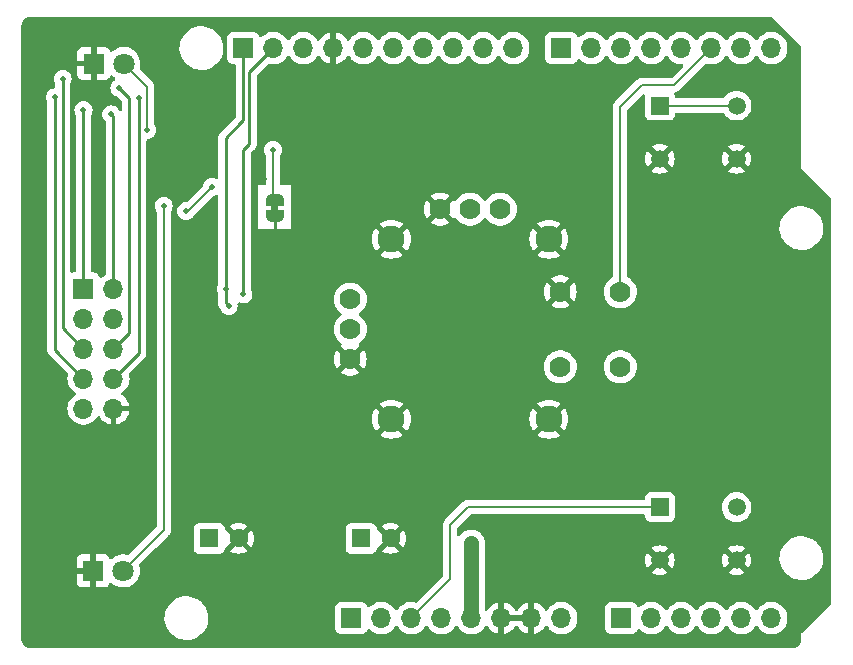
<source format=gbr>
%TF.GenerationSoftware,KiCad,Pcbnew,7.0.2-0*%
%TF.CreationDate,2024-01-05T15:54:07-05:00*%
%TF.ProjectId,ControllerShield,436f6e74-726f-46c6-9c65-72536869656c,rev?*%
%TF.SameCoordinates,Original*%
%TF.FileFunction,Copper,L2,Bot*%
%TF.FilePolarity,Positive*%
%FSLAX46Y46*%
G04 Gerber Fmt 4.6, Leading zero omitted, Abs format (unit mm)*
G04 Created by KiCad (PCBNEW 7.0.2-0) date 2024-01-05 15:54:07*
%MOMM*%
%LPD*%
G01*
G04 APERTURE LIST*
G04 Aperture macros list*
%AMFreePoly0*
4,1,19,0.500000,-0.750000,0.000000,-0.750000,0.000000,-0.744911,-0.071157,-0.744911,-0.207708,-0.704816,-0.327430,-0.627875,-0.420627,-0.520320,-0.479746,-0.390866,-0.500000,-0.250000,-0.500000,0.250000,-0.479746,0.390866,-0.420627,0.520320,-0.327430,0.627875,-0.207708,0.704816,-0.071157,0.744911,0.000000,0.744911,0.000000,0.750000,0.500000,0.750000,0.500000,-0.750000,0.500000,-0.750000,
$1*%
%AMFreePoly1*
4,1,19,0.000000,0.744911,0.071157,0.744911,0.207708,0.704816,0.327430,0.627875,0.420627,0.520320,0.479746,0.390866,0.500000,0.250000,0.500000,-0.250000,0.479746,-0.390866,0.420627,-0.520320,0.327430,-0.627875,0.207708,-0.704816,0.071157,-0.744911,0.000000,-0.744911,0.000000,-0.750000,-0.500000,-0.750000,-0.500000,0.750000,0.000000,0.750000,0.000000,0.744911,0.000000,0.744911,
$1*%
G04 Aperture macros list end*
%TA.AperFunction,ComponentPad*%
%ADD10R,1.700000X1.700000*%
%TD*%
%TA.AperFunction,ComponentPad*%
%ADD11O,1.700000X1.700000*%
%TD*%
%TA.AperFunction,ComponentPad*%
%ADD12R,1.800000X1.800000*%
%TD*%
%TA.AperFunction,ComponentPad*%
%ADD13C,1.800000*%
%TD*%
%TA.AperFunction,ComponentPad*%
%ADD14R,1.600000X1.600000*%
%TD*%
%TA.AperFunction,ComponentPad*%
%ADD15C,1.600000*%
%TD*%
%TA.AperFunction,ComponentPad*%
%ADD16C,1.778000*%
%TD*%
%TA.AperFunction,ComponentPad*%
%ADD17C,2.286000*%
%TD*%
%TA.AperFunction,ComponentPad*%
%ADD18R,1.498600X1.498600*%
%TD*%
%TA.AperFunction,ComponentPad*%
%ADD19C,1.498600*%
%TD*%
%TA.AperFunction,SMDPad,CuDef*%
%ADD20FreePoly0,90.000000*%
%TD*%
%TA.AperFunction,SMDPad,CuDef*%
%ADD21FreePoly1,90.000000*%
%TD*%
%TA.AperFunction,ViaPad*%
%ADD22C,0.500000*%
%TD*%
%TA.AperFunction,Conductor*%
%ADD23C,0.200000*%
%TD*%
%TA.AperFunction,Conductor*%
%ADD24C,0.254000*%
%TD*%
%TA.AperFunction,Conductor*%
%ADD25C,1.270000*%
%TD*%
%TA.AperFunction,Conductor*%
%ADD26C,0.180000*%
%TD*%
G04 APERTURE END LIST*
%TA.AperFunction,EtchedComponent*%
%TO.C,JP1*%
G36*
X143700000Y-104170000D02*
G01*
X143100000Y-104170000D01*
X143100000Y-103670000D01*
X143700000Y-103670000D01*
X143700000Y-104170000D01*
G37*
%TD.AperFunction*%
%TD*%
D10*
%TO.P,J1,1,Pin_1*%
%TO.N,unconnected-(J1-Pin_1-Pad1)*%
X149890000Y-138655000D03*
D11*
%TO.P,J1,2,Pin_2*%
%TO.N,/IOREF*%
X152430000Y-138655000D03*
%TO.P,J1,3,Pin_3*%
%TO.N,/RSTn*%
X154970000Y-138655000D03*
%TO.P,J1,4,Pin_4*%
%TO.N,unconnected-(J1-Pin_4-Pad4)*%
X157510000Y-138655000D03*
%TO.P,J1,5,Pin_5*%
%TO.N,+5V*%
X160050000Y-138655000D03*
%TO.P,J1,6,Pin_6*%
%TO.N,GND*%
X162590000Y-138655000D03*
%TO.P,J1,7,Pin_7*%
X165130000Y-138655000D03*
%TO.P,J1,8,Pin_8*%
%TO.N,/Vsys*%
X167670000Y-138655000D03*
%TD*%
D10*
%TO.P,J3,1,Pin_1*%
%TO.N,/Horiz*%
X172750000Y-138655000D03*
D11*
%TO.P,J3,2,Pin_2*%
%TO.N,/Vert*%
X175290000Y-138655000D03*
%TO.P,J3,3,Pin_3*%
%TO.N,/A2*%
X177830000Y-138655000D03*
%TO.P,J3,4,Pin_4*%
%TO.N,/A3*%
X180370000Y-138655000D03*
%TO.P,J3,5,Pin_5*%
%TO.N,unconnected-(J3-Pin_5-Pad5)*%
X182910000Y-138655000D03*
%TO.P,J3,6,Pin_6*%
%TO.N,unconnected-(J3-Pin_6-Pad6)*%
X185450000Y-138655000D03*
%TD*%
D10*
%TO.P,J2,1,Pin_1*%
%TO.N,/SCL*%
X140746000Y-90395000D03*
D11*
%TO.P,J2,2,Pin_2*%
%TO.N,/SDA*%
X143286000Y-90395000D03*
%TO.P,J2,3,Pin_3*%
%TO.N,/AREF*%
X145826000Y-90395000D03*
%TO.P,J2,4,Pin_4*%
%TO.N,GND*%
X148366000Y-90395000D03*
%TO.P,J2,5,Pin_5*%
%TO.N,/D0*%
X150906000Y-90395000D03*
%TO.P,J2,6,Pin_6*%
%TO.N,/D1*%
X153446000Y-90395000D03*
%TO.P,J2,7,Pin_7*%
%TO.N,/StepY*%
X155986000Y-90395000D03*
%TO.P,J2,8,Pin_8*%
%TO.N,/DirY*%
X158526000Y-90395000D03*
%TO.P,J2,9,Pin_9*%
%TO.N,/StepX*%
X161066000Y-90395000D03*
%TO.P,J2,10,Pin_10*%
%TO.N,/DirX*%
X163606000Y-90395000D03*
%TD*%
D10*
%TO.P,J4,1,Pin_1*%
%TO.N,/7*%
X167670000Y-90395000D03*
D11*
%TO.P,J4,2,Pin_2*%
%TO.N,/\u002A6*%
X170210000Y-90395000D03*
%TO.P,J4,3,Pin_3*%
%TO.N,/ExtraBtn*%
X172750000Y-90395000D03*
%TO.P,J4,4,Pin_4*%
%TO.N,/Green*%
X175290000Y-90395000D03*
%TO.P,J4,5,Pin_5*%
%TO.N,/Red*%
X177830000Y-90395000D03*
%TO.P,J4,6,Pin_6*%
%TO.N,/GameBtn*%
X180370000Y-90395000D03*
%TO.P,J4,7,Pin_7*%
%TO.N,/TX{slash}1*%
X182910000Y-90395000D03*
%TO.P,J4,8,Pin_8*%
%TO.N,/RX{slash}0*%
X185450000Y-90395000D03*
%TD*%
D12*
%TO.P,D1,1,K*%
%TO.N,GND*%
X128025000Y-134650000D03*
D13*
%TO.P,D1,2,A*%
%TO.N,Net-(D1-A)*%
X130565000Y-134650000D03*
%TD*%
D14*
%TO.P,C8,1*%
%TO.N,/Vsys*%
X137850000Y-131900000D03*
D15*
%TO.P,C8,2*%
%TO.N,GND*%
X140350000Y-131900000D03*
%TD*%
D16*
%TO.P,U1,B1A,SEL+*%
%TO.N,/GameBtn*%
X172650000Y-111020000D03*
%TO.P,U1,B1B*%
%TO.N,N/C*%
X172650000Y-117370000D03*
%TO.P,U1,B2A,SEL-*%
%TO.N,GND*%
X167570000Y-111020000D03*
%TO.P,U1,B2B*%
%TO.N,N/C*%
X167570000Y-117370000D03*
%TO.P,U1,H1,H+*%
%TO.N,+5V*%
X149790000Y-111655000D03*
%TO.P,U1,H2,H*%
%TO.N,/Vert*%
X149790000Y-114195000D03*
%TO.P,U1,H3,H-*%
%TO.N,GND*%
X149790000Y-116735000D03*
D17*
%TO.P,U1,S1,SHIELD*%
X166617500Y-106575000D03*
%TO.P,U1,S2,SHIELD__1*%
X153282500Y-106575000D03*
%TO.P,U1,S3,SHIELD__2*%
X153282500Y-121815000D03*
%TO.P,U1,S4,SHIELD__3*%
X166617500Y-121815000D03*
D16*
%TO.P,U1,V1,V+*%
%TO.N,+5V*%
X162490000Y-104035000D03*
%TO.P,U1,V2,V*%
%TO.N,/Horiz*%
X159950000Y-104035000D03*
%TO.P,U1,V3,V-*%
%TO.N,GND*%
X157410000Y-104035000D03*
%TD*%
D12*
%TO.P,D2,1,K*%
%TO.N,GND*%
X128075000Y-91700000D03*
D13*
%TO.P,D2,2,A*%
%TO.N,Net-(D2-A)*%
X130615000Y-91700000D03*
%TD*%
D18*
%TO.P,SW1,1,A*%
%TO.N,/RSTn*%
X175999999Y-129260599D03*
D19*
%TO.P,SW1,2,A*%
X182500001Y-129260599D03*
%TO.P,SW1,3,B*%
%TO.N,GND*%
X175999999Y-133760600D03*
%TO.P,SW1,4,B*%
X182500001Y-133760600D03*
%TD*%
D18*
%TO.P,SW2,1,A*%
%TO.N,/ExtraBtn*%
X175999999Y-95260599D03*
D19*
%TO.P,SW2,2,A*%
X182500001Y-95260599D03*
%TO.P,SW2,3,B*%
%TO.N,GND*%
X175999999Y-99760600D03*
%TO.P,SW2,4,B*%
X182500001Y-99760600D03*
%TD*%
D10*
%TO.P,J5,1,Pin_1*%
%TO.N,/StepX*%
X127210000Y-110750000D03*
D11*
%TO.P,J5,2,Pin_2*%
%TO.N,/DirX*%
X129750000Y-110750000D03*
%TO.P,J5,3,Pin_3*%
%TO.N,/SCL*%
X127210000Y-113290000D03*
%TO.P,J5,4,Pin_4*%
%TO.N,/SDA*%
X129750000Y-113290000D03*
%TO.P,J5,5,Pin_5*%
%TO.N,/D0*%
X127210000Y-115830000D03*
%TO.P,J5,6,Pin_6*%
%TO.N,/D1*%
X129750000Y-115830000D03*
%TO.P,J5,7,Pin_7*%
%TO.N,/StepY*%
X127210000Y-118370000D03*
%TO.P,J5,8,Pin_8*%
%TO.N,/DirY*%
X129750000Y-118370000D03*
%TO.P,J5,9,Pin_9*%
%TO.N,/Vsys*%
X127210000Y-120910000D03*
%TO.P,J5,10,Pin_10*%
%TO.N,GND*%
X129750000Y-120910000D03*
%TD*%
D14*
%TO.P,C5,1*%
%TO.N,+5V*%
X150717621Y-131900000D03*
D15*
%TO.P,C5,2*%
%TO.N,GND*%
X153217621Y-131900000D03*
%TD*%
D20*
%TO.P,JP1,1,A*%
%TO.N,GND*%
X143400000Y-104570000D03*
D21*
%TO.P,JP1,2,B*%
%TO.N,Net-(JP1-B)*%
X143400000Y-103270000D03*
%TD*%
D22*
%TO.N,GND*%
X146250000Y-101500000D03*
X145500000Y-96500000D03*
X155500000Y-97500000D03*
X144250000Y-101500000D03*
X142250000Y-96750000D03*
X138200000Y-104150000D03*
X175900000Y-115400000D03*
X142500000Y-101500000D03*
X157950000Y-99000000D03*
%TO.N,+5V*%
X160000000Y-133500000D03*
X160000000Y-134750000D03*
X160000000Y-132250000D03*
%TO.N,Net-(D1-A)*%
X134000000Y-103750000D03*
%TO.N,Net-(D2-A)*%
X132600000Y-97350000D03*
%TO.N,/SCL*%
X139500000Y-112250000D03*
X139250000Y-110750000D03*
%TO.N,/D0*%
X125450000Y-93000000D03*
%TO.N,/StepY*%
X124775000Y-94575000D03*
%TO.N,/DirY*%
X131900000Y-94600000D03*
%TO.N,/D1*%
X130250000Y-93750000D03*
%TO.N,/SDA*%
X140750000Y-111250000D03*
%TO.N,/StepX*%
X127210000Y-95650000D03*
%TO.N,/DirX*%
X129550000Y-96000000D03*
%TO.N,Net-(JP1-B)*%
X143250000Y-99000000D03*
%TO.N,/SDA3p3*%
X138100000Y-102150000D03*
X135900000Y-104200000D03*
%TD*%
D23*
%TO.N,GND*%
X143400000Y-104570000D02*
X143400000Y-106650000D01*
D24*
X143400000Y-104570000D02*
X143400000Y-106150000D01*
D23*
X143500000Y-106750000D02*
X143400000Y-106650000D01*
D25*
%TO.N,+5V*%
X160050000Y-138655000D02*
X160050000Y-136000000D01*
X160050000Y-136000000D02*
X160050000Y-132300000D01*
X160050000Y-136000000D02*
X160050000Y-134800000D01*
D26*
%TO.N,Net-(D1-A)*%
X134000000Y-131215000D02*
X130565000Y-134650000D01*
X134000000Y-103750000D02*
X134000000Y-131215000D01*
D23*
%TO.N,Net-(D2-A)*%
X132600000Y-97350000D02*
X132600000Y-93685000D01*
X132600000Y-93685000D02*
X130615000Y-91700000D01*
D24*
%TO.N,/SCL*%
X139250000Y-98000000D02*
X139250000Y-110200000D01*
X140500000Y-96750000D02*
X140746000Y-96504000D01*
X139250000Y-110200000D02*
X139250000Y-112000000D01*
X139250000Y-112000000D02*
X139500000Y-112250000D01*
X140500000Y-96750000D02*
X139250000Y-98000000D01*
X140746000Y-96504000D02*
X140746000Y-90395000D01*
X139250000Y-110200000D02*
X139250000Y-110750000D01*
%TO.N,/D0*%
X125450000Y-114070000D02*
X125450000Y-93000000D01*
X127210000Y-115830000D02*
X125450000Y-114070000D01*
%TO.N,/StepY*%
X127210000Y-118370000D02*
X124775000Y-115935000D01*
X124775000Y-115935000D02*
X124775000Y-94575000D01*
%TO.N,/DirY*%
X129750000Y-118370000D02*
X131900000Y-116220000D01*
X131900000Y-116220000D02*
X131900000Y-94600000D01*
%TO.N,/D1*%
X131098047Y-114481953D02*
X131098047Y-94598047D01*
X131098047Y-94598047D02*
X130250000Y-93750000D01*
X129750000Y-115830000D02*
X131098047Y-114481953D01*
D23*
%TO.N,/ExtraBtn*%
X175999999Y-95260599D02*
X182500001Y-95260599D01*
D26*
%TO.N,/GameBtn*%
X177232500Y-93532500D02*
X180370000Y-90395000D01*
D23*
X174467500Y-93532500D02*
X177232500Y-93532500D01*
X172650000Y-95350000D02*
X174467500Y-93532500D01*
D26*
X172650000Y-111020000D02*
X172650000Y-98115000D01*
D23*
X172650000Y-98115000D02*
X172650000Y-95350000D01*
D24*
%TO.N,/SDA*%
X140750000Y-99000000D02*
X141250000Y-98500000D01*
X140750000Y-111250000D02*
X140750000Y-99000000D01*
X141250000Y-92431000D02*
X143286000Y-90395000D01*
X141250000Y-98500000D02*
X141250000Y-92431000D01*
%TO.N,/StepX*%
X127210000Y-110750000D02*
X127210000Y-95650000D01*
%TO.N,/DirX*%
X129750000Y-110750000D02*
X129750000Y-96200000D01*
X129750000Y-96200000D02*
X129550000Y-96000000D01*
D23*
%TO.N,Net-(JP1-B)*%
X143250000Y-103120000D02*
X143400000Y-103270000D01*
X143250000Y-99000000D02*
X143250000Y-103120000D01*
%TO.N,/RSTn*%
X175999998Y-129249999D02*
X159750001Y-129249999D01*
X159750001Y-129249999D02*
X158250000Y-130750000D01*
X158250000Y-135375000D02*
X154970000Y-138655000D01*
X158250000Y-130750000D02*
X158250000Y-135375000D01*
D26*
%TO.N,/SDA3p3*%
X135900000Y-104200000D02*
X136050000Y-104200000D01*
X136050000Y-104200000D02*
X138100000Y-102150000D01*
%TD*%
%TA.AperFunction,Conductor*%
%TO.N,GND*%
G36*
X164670507Y-138445156D02*
G01*
X164630000Y-138583111D01*
X164630000Y-138726889D01*
X164670507Y-138864844D01*
X164696314Y-138905000D01*
X163023686Y-138905000D01*
X163049493Y-138864844D01*
X163090000Y-138726889D01*
X163090000Y-138583111D01*
X163049493Y-138445156D01*
X163023686Y-138405000D01*
X164696314Y-138405000D01*
X164670507Y-138445156D01*
G37*
%TD.AperFunction*%
%TA.AperFunction,Conductor*%
G36*
X185465469Y-87750185D02*
G01*
X185486111Y-87766819D01*
X187953181Y-90233888D01*
X187986666Y-90295211D01*
X187989500Y-90321569D01*
X187989500Y-100530368D01*
X187989419Y-100530774D01*
X187989457Y-100554999D01*
X187989576Y-100555283D01*
X187989617Y-100555383D01*
X188000962Y-100566670D01*
X189253111Y-101818819D01*
X190493181Y-103058888D01*
X190526666Y-103120211D01*
X190529500Y-103146569D01*
X190529500Y-137333429D01*
X190509815Y-137400468D01*
X190493181Y-137421110D01*
X188006995Y-139907295D01*
X188006819Y-139907413D01*
X187989617Y-139924615D01*
X187989457Y-139924997D01*
X187989461Y-139949665D01*
X187989500Y-139949855D01*
X187989500Y-140426904D01*
X187988903Y-140439060D01*
X187986027Y-140468256D01*
X187983501Y-140490677D01*
X187973579Y-140578732D01*
X187969022Y-140600828D01*
X187953632Y-140651559D01*
X187952014Y-140656516D01*
X187925211Y-140733116D01*
X187917528Y-140750614D01*
X187890071Y-140801984D01*
X187885705Y-140809505D01*
X187845215Y-140873943D01*
X187836076Y-140886634D01*
X187798098Y-140932911D01*
X187789925Y-140941928D01*
X187736928Y-140994925D01*
X187727911Y-141003098D01*
X187681634Y-141041076D01*
X187668943Y-141050215D01*
X187604505Y-141090705D01*
X187596984Y-141095071D01*
X187545614Y-141122528D01*
X187528116Y-141130211D01*
X187451516Y-141157014D01*
X187446559Y-141158632D01*
X187395834Y-141174020D01*
X187373721Y-141178580D01*
X187263256Y-141191027D01*
X187255771Y-141191764D01*
X187234003Y-141193908D01*
X187221928Y-141194500D01*
X122718095Y-141194500D01*
X122705939Y-141193903D01*
X122676743Y-141191027D01*
X122634474Y-141186264D01*
X122566262Y-141178579D01*
X122544170Y-141174022D01*
X122493439Y-141158632D01*
X122488482Y-141157014D01*
X122411882Y-141130211D01*
X122394384Y-141122528D01*
X122368547Y-141108718D01*
X122343007Y-141095066D01*
X122335493Y-141090705D01*
X122271055Y-141050215D01*
X122258364Y-141041076D01*
X122212087Y-141003098D01*
X122203070Y-140994925D01*
X122150073Y-140941928D01*
X122141900Y-140932911D01*
X122103922Y-140886634D01*
X122094783Y-140873943D01*
X122080595Y-140851364D01*
X122054282Y-140809487D01*
X122049942Y-140802011D01*
X122022467Y-140750607D01*
X122014794Y-140733132D01*
X121987972Y-140656482D01*
X121986366Y-140651559D01*
X121970978Y-140600834D01*
X121966419Y-140578728D01*
X121953972Y-140468256D01*
X121951089Y-140438982D01*
X121950500Y-140426932D01*
X121950500Y-138722764D01*
X134065787Y-138722764D01*
X134095413Y-138992016D01*
X134095414Y-138992018D01*
X134163928Y-139254088D01*
X134265143Y-139492267D01*
X134269871Y-139503392D01*
X134410982Y-139734611D01*
X134584253Y-139942818D01*
X134584255Y-139942820D01*
X134785998Y-140123582D01*
X135011910Y-140273044D01*
X135118211Y-140322876D01*
X135257177Y-140388021D01*
X135516562Y-140466058D01*
X135516569Y-140466060D01*
X135784561Y-140505500D01*
X135784564Y-140505500D01*
X135985369Y-140505500D01*
X135987631Y-140505500D01*
X136190156Y-140490677D01*
X136454553Y-140431780D01*
X136707558Y-140335014D01*
X136943777Y-140202441D01*
X137158177Y-140036888D01*
X137346186Y-139841881D01*
X137503799Y-139621579D01*
X137538730Y-139553638D01*
X148531500Y-139553638D01*
X148531852Y-139556918D01*
X148531853Y-139556924D01*
X148538011Y-139614205D01*
X148589110Y-139751203D01*
X148676738Y-139868261D01*
X148793796Y-139955889D01*
X148930794Y-140006988D01*
X148930797Y-140006988D01*
X148930799Y-140006989D01*
X148991362Y-140013500D01*
X148994672Y-140013500D01*
X150785328Y-140013500D01*
X150788638Y-140013500D01*
X150849201Y-140006989D01*
X150849203Y-140006988D01*
X150849205Y-140006988D01*
X150931097Y-139976443D01*
X150986204Y-139955889D01*
X151103261Y-139868261D01*
X151190889Y-139751204D01*
X151236137Y-139629889D01*
X151278009Y-139573956D01*
X151343474Y-139549540D01*
X151411747Y-139564392D01*
X151443548Y-139589241D01*
X151473318Y-139621579D01*
X151506760Y-139657906D01*
X151684424Y-139796189D01*
X151882426Y-139903342D01*
X152095365Y-139976444D01*
X152317431Y-140013500D01*
X152542569Y-140013500D01*
X152764635Y-139976444D01*
X152977574Y-139903342D01*
X153175576Y-139796189D01*
X153353240Y-139657906D01*
X153505722Y-139492268D01*
X153596191Y-139353793D01*
X153649336Y-139308438D01*
X153718567Y-139299014D01*
X153781903Y-139328515D01*
X153803807Y-139353794D01*
X153894275Y-139492265D01*
X153904518Y-139503392D01*
X154046760Y-139657906D01*
X154224424Y-139796189D01*
X154422426Y-139903342D01*
X154635365Y-139976444D01*
X154857431Y-140013500D01*
X155082569Y-140013500D01*
X155304635Y-139976444D01*
X155517574Y-139903342D01*
X155715576Y-139796189D01*
X155893240Y-139657906D01*
X156045722Y-139492268D01*
X156136190Y-139353795D01*
X156189337Y-139308438D01*
X156258569Y-139299014D01*
X156321905Y-139328516D01*
X156343809Y-139353795D01*
X156434278Y-139492268D01*
X156586760Y-139657906D01*
X156764424Y-139796189D01*
X156962426Y-139903342D01*
X157175365Y-139976444D01*
X157397431Y-140013500D01*
X157622569Y-140013500D01*
X157844635Y-139976444D01*
X158057574Y-139903342D01*
X158255576Y-139796189D01*
X158433240Y-139657906D01*
X158585722Y-139492268D01*
X158676190Y-139353795D01*
X158729337Y-139308438D01*
X158798569Y-139299014D01*
X158861905Y-139328516D01*
X158883809Y-139353795D01*
X158974278Y-139492268D01*
X159126760Y-139657906D01*
X159304424Y-139796189D01*
X159502426Y-139903342D01*
X159715365Y-139976444D01*
X159937431Y-140013500D01*
X160162569Y-140013500D01*
X160384635Y-139976444D01*
X160597574Y-139903342D01*
X160795576Y-139796189D01*
X160973240Y-139657906D01*
X161125722Y-139492268D01*
X161219748Y-139348349D01*
X161272893Y-139302994D01*
X161342124Y-139293570D01*
X161405460Y-139323072D01*
X161425131Y-139345048D01*
X161551892Y-139526080D01*
X161718918Y-139693106D01*
X161912423Y-139828600D01*
X162126509Y-139928430D01*
X162340000Y-139985634D01*
X162340000Y-139090501D01*
X162447685Y-139139680D01*
X162554237Y-139155000D01*
X162625763Y-139155000D01*
X162732315Y-139139680D01*
X162840000Y-139090501D01*
X162840000Y-139985633D01*
X163053490Y-139928430D01*
X163267576Y-139828600D01*
X163461081Y-139693106D01*
X163628106Y-139526081D01*
X163758425Y-139339968D01*
X163813002Y-139296344D01*
X163882501Y-139289151D01*
X163944855Y-139320673D01*
X163961575Y-139339968D01*
X164091893Y-139526081D01*
X164258918Y-139693106D01*
X164452423Y-139828600D01*
X164666509Y-139928430D01*
X164880000Y-139985634D01*
X164880000Y-139090501D01*
X164987685Y-139139680D01*
X165094237Y-139155000D01*
X165165763Y-139155000D01*
X165272315Y-139139680D01*
X165380000Y-139090501D01*
X165380000Y-139985633D01*
X165593490Y-139928430D01*
X165807576Y-139828600D01*
X166001081Y-139693106D01*
X166168106Y-139526081D01*
X166294868Y-139345048D01*
X166349445Y-139301424D01*
X166418944Y-139294231D01*
X166481298Y-139325753D01*
X166500252Y-139348351D01*
X166594276Y-139492267D01*
X166660673Y-139564392D01*
X166746760Y-139657906D01*
X166924424Y-139796189D01*
X167122426Y-139903342D01*
X167335365Y-139976444D01*
X167557431Y-140013500D01*
X167782569Y-140013500D01*
X168004635Y-139976444D01*
X168217574Y-139903342D01*
X168415576Y-139796189D01*
X168593240Y-139657906D01*
X168689226Y-139553638D01*
X171391500Y-139553638D01*
X171391852Y-139556918D01*
X171391853Y-139556924D01*
X171398011Y-139614205D01*
X171449110Y-139751203D01*
X171536738Y-139868261D01*
X171653796Y-139955889D01*
X171790794Y-140006988D01*
X171790797Y-140006988D01*
X171790799Y-140006989D01*
X171851362Y-140013500D01*
X171854672Y-140013500D01*
X173645328Y-140013500D01*
X173648638Y-140013500D01*
X173709201Y-140006989D01*
X173709203Y-140006988D01*
X173709205Y-140006988D01*
X173791097Y-139976443D01*
X173846204Y-139955889D01*
X173963261Y-139868261D01*
X174050889Y-139751204D01*
X174096137Y-139629889D01*
X174138009Y-139573956D01*
X174203474Y-139549540D01*
X174271747Y-139564392D01*
X174303548Y-139589241D01*
X174333318Y-139621579D01*
X174366760Y-139657906D01*
X174544424Y-139796189D01*
X174742426Y-139903342D01*
X174955365Y-139976444D01*
X175177431Y-140013500D01*
X175402569Y-140013500D01*
X175624635Y-139976444D01*
X175837574Y-139903342D01*
X176035576Y-139796189D01*
X176213240Y-139657906D01*
X176365722Y-139492268D01*
X176456190Y-139353795D01*
X176509337Y-139308438D01*
X176578569Y-139299014D01*
X176641905Y-139328516D01*
X176663809Y-139353795D01*
X176754278Y-139492268D01*
X176906760Y-139657906D01*
X177084424Y-139796189D01*
X177282426Y-139903342D01*
X177495365Y-139976444D01*
X177717431Y-140013500D01*
X177942569Y-140013500D01*
X178164635Y-139976444D01*
X178377574Y-139903342D01*
X178575576Y-139796189D01*
X178753240Y-139657906D01*
X178905722Y-139492268D01*
X178996190Y-139353795D01*
X179049337Y-139308438D01*
X179118569Y-139299014D01*
X179181905Y-139328516D01*
X179203809Y-139353795D01*
X179294278Y-139492268D01*
X179446760Y-139657906D01*
X179624424Y-139796189D01*
X179822426Y-139903342D01*
X180035365Y-139976444D01*
X180257431Y-140013500D01*
X180482569Y-140013500D01*
X180704635Y-139976444D01*
X180917574Y-139903342D01*
X181115576Y-139796189D01*
X181293240Y-139657906D01*
X181445722Y-139492268D01*
X181536190Y-139353795D01*
X181589337Y-139308438D01*
X181658569Y-139299014D01*
X181721905Y-139328516D01*
X181743809Y-139353795D01*
X181834278Y-139492268D01*
X181986760Y-139657906D01*
X182164424Y-139796189D01*
X182362426Y-139903342D01*
X182575365Y-139976444D01*
X182797431Y-140013500D01*
X183022569Y-140013500D01*
X183244635Y-139976444D01*
X183457574Y-139903342D01*
X183655576Y-139796189D01*
X183833240Y-139657906D01*
X183985722Y-139492268D01*
X184076191Y-139353793D01*
X184129336Y-139308438D01*
X184198567Y-139299014D01*
X184261903Y-139328515D01*
X184283807Y-139353794D01*
X184374275Y-139492265D01*
X184384518Y-139503392D01*
X184526760Y-139657906D01*
X184704424Y-139796189D01*
X184902426Y-139903342D01*
X185115365Y-139976444D01*
X185337431Y-140013500D01*
X185562569Y-140013500D01*
X185784635Y-139976444D01*
X185997574Y-139903342D01*
X186195576Y-139796189D01*
X186373240Y-139657906D01*
X186525722Y-139492268D01*
X186648860Y-139303791D01*
X186739296Y-139097616D01*
X186794564Y-138879368D01*
X186813156Y-138655000D01*
X186794564Y-138430632D01*
X186739296Y-138212384D01*
X186650955Y-138010985D01*
X186648861Y-138006211D01*
X186636263Y-137986928D01*
X186525722Y-137817732D01*
X186373240Y-137652094D01*
X186195576Y-137513811D01*
X185997574Y-137406658D01*
X185997573Y-137406657D01*
X185997572Y-137406657D01*
X185784636Y-137333556D01*
X185562569Y-137296500D01*
X185337431Y-137296500D01*
X185115363Y-137333556D01*
X184902427Y-137406657D01*
X184704424Y-137513811D01*
X184526760Y-137652094D01*
X184374279Y-137817730D01*
X184283809Y-137956205D01*
X184230662Y-138001561D01*
X184161431Y-138010985D01*
X184098095Y-137981483D01*
X184076191Y-137956205D01*
X183985723Y-137817734D01*
X183985722Y-137817732D01*
X183833240Y-137652094D01*
X183655576Y-137513811D01*
X183457574Y-137406658D01*
X183457573Y-137406657D01*
X183457572Y-137406657D01*
X183244636Y-137333556D01*
X183022569Y-137296500D01*
X182797431Y-137296500D01*
X182575363Y-137333556D01*
X182362427Y-137406657D01*
X182164424Y-137513811D01*
X181986760Y-137652094D01*
X181834279Y-137817730D01*
X181743809Y-137956205D01*
X181690662Y-138001561D01*
X181621431Y-138010985D01*
X181558095Y-137981483D01*
X181536191Y-137956205D01*
X181445723Y-137817734D01*
X181445722Y-137817732D01*
X181293240Y-137652094D01*
X181115576Y-137513811D01*
X180917574Y-137406658D01*
X180917573Y-137406657D01*
X180917572Y-137406657D01*
X180704636Y-137333556D01*
X180482569Y-137296500D01*
X180257431Y-137296500D01*
X180035363Y-137333556D01*
X179822427Y-137406657D01*
X179624424Y-137513811D01*
X179446760Y-137652094D01*
X179294279Y-137817730D01*
X179203809Y-137956205D01*
X179150662Y-138001561D01*
X179081431Y-138010985D01*
X179018095Y-137981483D01*
X178996191Y-137956205D01*
X178905723Y-137817734D01*
X178905722Y-137817732D01*
X178753240Y-137652094D01*
X178575576Y-137513811D01*
X178377574Y-137406658D01*
X178377573Y-137406657D01*
X178377572Y-137406657D01*
X178164636Y-137333556D01*
X177942569Y-137296500D01*
X177717431Y-137296500D01*
X177495363Y-137333556D01*
X177282427Y-137406657D01*
X177084424Y-137513811D01*
X176906760Y-137652094D01*
X176754279Y-137817730D01*
X176663809Y-137956205D01*
X176610662Y-138001561D01*
X176541431Y-138010985D01*
X176478095Y-137981483D01*
X176456191Y-137956205D01*
X176365723Y-137817734D01*
X176365722Y-137817732D01*
X176213240Y-137652094D01*
X176035576Y-137513811D01*
X175837574Y-137406658D01*
X175837573Y-137406657D01*
X175837572Y-137406657D01*
X175624636Y-137333556D01*
X175402569Y-137296500D01*
X175177431Y-137296500D01*
X174955363Y-137333556D01*
X174742427Y-137406657D01*
X174544424Y-137513811D01*
X174366759Y-137652094D01*
X174303548Y-137720759D01*
X174243660Y-137756749D01*
X174173822Y-137754648D01*
X174116207Y-137715123D01*
X174096138Y-137680110D01*
X174057078Y-137575390D01*
X174050889Y-137558796D01*
X173992951Y-137481400D01*
X173963261Y-137441738D01*
X173846203Y-137354110D01*
X173709205Y-137303011D01*
X173651924Y-137296853D01*
X173651918Y-137296852D01*
X173648638Y-137296500D01*
X171851362Y-137296500D01*
X171848082Y-137296852D01*
X171848075Y-137296853D01*
X171790794Y-137303011D01*
X171653796Y-137354110D01*
X171536738Y-137441738D01*
X171449110Y-137558796D01*
X171398011Y-137695794D01*
X171391853Y-137753075D01*
X171391500Y-137756362D01*
X171391500Y-139553638D01*
X168689226Y-139553638D01*
X168745722Y-139492268D01*
X168868860Y-139303791D01*
X168959296Y-139097616D01*
X169014564Y-138879368D01*
X169033156Y-138655000D01*
X169014564Y-138430632D01*
X168959296Y-138212384D01*
X168870955Y-138010985D01*
X168868861Y-138006211D01*
X168856263Y-137986928D01*
X168745722Y-137817732D01*
X168593240Y-137652094D01*
X168415576Y-137513811D01*
X168217574Y-137406658D01*
X168217573Y-137406657D01*
X168217572Y-137406657D01*
X168004636Y-137333556D01*
X167782569Y-137296500D01*
X167557431Y-137296500D01*
X167335363Y-137333556D01*
X167122427Y-137406657D01*
X166924424Y-137513811D01*
X166746760Y-137652094D01*
X166594275Y-137817734D01*
X166500250Y-137961650D01*
X166447104Y-138007006D01*
X166377873Y-138016430D01*
X166314537Y-137986928D01*
X166294867Y-137964951D01*
X166168109Y-137783921D01*
X166001081Y-137616893D01*
X165807576Y-137481399D01*
X165593492Y-137381569D01*
X165380000Y-137324364D01*
X165380000Y-138219498D01*
X165272315Y-138170320D01*
X165165763Y-138155000D01*
X165094237Y-138155000D01*
X164987685Y-138170320D01*
X164880000Y-138219498D01*
X164880000Y-137324364D01*
X164879999Y-137324364D01*
X164666507Y-137381569D01*
X164452421Y-137481400D01*
X164258921Y-137616890D01*
X164091893Y-137783918D01*
X163961575Y-137970032D01*
X163906998Y-138013656D01*
X163837499Y-138020849D01*
X163775145Y-137989327D01*
X163758425Y-137970032D01*
X163628106Y-137783918D01*
X163461081Y-137616893D01*
X163267576Y-137481399D01*
X163053492Y-137381569D01*
X162840000Y-137324364D01*
X162840000Y-138219498D01*
X162732315Y-138170320D01*
X162625763Y-138155000D01*
X162554237Y-138155000D01*
X162447685Y-138170320D01*
X162340000Y-138219498D01*
X162340000Y-137324364D01*
X162339999Y-137324364D01*
X162126507Y-137381569D01*
X161912421Y-137481400D01*
X161718921Y-137616890D01*
X161551892Y-137783919D01*
X161425131Y-137964952D01*
X161370553Y-138008577D01*
X161301055Y-138015769D01*
X161238700Y-137984247D01*
X161219742Y-137961641D01*
X161213686Y-137952370D01*
X161193503Y-137885479D01*
X161193500Y-137884557D01*
X161193500Y-133760599D01*
X174745926Y-133760599D01*
X174764978Y-133978364D01*
X174821557Y-134189519D01*
X174913940Y-134387636D01*
X174957376Y-134449669D01*
X175520708Y-133886336D01*
X175544826Y-133968471D01*
X175621827Y-134088288D01*
X175729466Y-134181557D01*
X175859022Y-134240724D01*
X175871616Y-134242534D01*
X175310928Y-134803221D01*
X175310929Y-134803222D01*
X175372962Y-134846658D01*
X175571079Y-134939041D01*
X175782234Y-134995620D01*
X175999999Y-135014672D01*
X176217763Y-134995620D01*
X176428918Y-134939041D01*
X176627035Y-134846657D01*
X176689068Y-134803221D01*
X176128381Y-134242534D01*
X176140976Y-134240724D01*
X176270532Y-134181557D01*
X176378171Y-134088288D01*
X176455172Y-133968471D01*
X176479288Y-133886337D01*
X177042620Y-134449669D01*
X177086056Y-134387636D01*
X177178440Y-134189519D01*
X177235019Y-133978364D01*
X177254071Y-133760600D01*
X181245928Y-133760600D01*
X181264980Y-133978364D01*
X181321559Y-134189519D01*
X181413942Y-134387636D01*
X181457378Y-134449669D01*
X182020710Y-133886336D01*
X182044828Y-133968471D01*
X182121829Y-134088288D01*
X182229468Y-134181557D01*
X182359024Y-134240724D01*
X182371618Y-134242534D01*
X181810930Y-134803221D01*
X181810931Y-134803222D01*
X181872964Y-134846658D01*
X182071081Y-134939041D01*
X182282236Y-134995620D01*
X182500001Y-135014672D01*
X182717765Y-134995620D01*
X182928920Y-134939041D01*
X183127037Y-134846657D01*
X183189070Y-134803221D01*
X182628383Y-134242534D01*
X182640978Y-134240724D01*
X182770534Y-134181557D01*
X182878173Y-134088288D01*
X182955174Y-133968471D01*
X182979290Y-133886337D01*
X183542622Y-134449669D01*
X183586058Y-134387636D01*
X183678442Y-134189519D01*
X183735021Y-133978364D01*
X183754073Y-133760600D01*
X183743764Y-133642764D01*
X186135787Y-133642764D01*
X186165413Y-133912016D01*
X186182489Y-133977331D01*
X186233928Y-134174088D01*
X186339870Y-134423390D01*
X186339871Y-134423392D01*
X186480982Y-134654611D01*
X186640804Y-134846657D01*
X186654255Y-134862820D01*
X186855998Y-135043582D01*
X187081910Y-135193044D01*
X187188211Y-135242876D01*
X187327177Y-135308021D01*
X187549807Y-135375000D01*
X187586569Y-135386060D01*
X187854561Y-135425500D01*
X187854564Y-135425500D01*
X188055369Y-135425500D01*
X188057631Y-135425500D01*
X188260156Y-135410677D01*
X188524553Y-135351780D01*
X188777558Y-135255014D01*
X189013777Y-135122441D01*
X189228177Y-134956888D01*
X189416186Y-134761881D01*
X189573799Y-134541579D01*
X189697656Y-134300675D01*
X189785118Y-134044305D01*
X189834319Y-133777933D01*
X189844212Y-133507235D01*
X189814586Y-133237982D01*
X189746072Y-132975912D01*
X189640130Y-132726610D01*
X189499018Y-132495390D01*
X189499017Y-132495388D01*
X189325746Y-132287181D01*
X189277856Y-132244271D01*
X189124002Y-132106418D01*
X188898090Y-131956956D01*
X188898086Y-131956954D01*
X188652822Y-131841978D01*
X188393437Y-131763941D01*
X188393431Y-131763940D01*
X188125439Y-131724500D01*
X187922369Y-131724500D01*
X187920120Y-131724664D01*
X187920109Y-131724665D01*
X187719843Y-131739322D01*
X187455449Y-131798219D01*
X187202441Y-131894986D01*
X186966223Y-132027559D01*
X186751825Y-132193109D01*
X186563813Y-132388120D01*
X186406201Y-132608420D01*
X186282342Y-132849329D01*
X186194881Y-133105695D01*
X186145680Y-133372066D01*
X186135787Y-133642764D01*
X183743764Y-133642764D01*
X183735021Y-133542835D01*
X183678442Y-133331680D01*
X183586059Y-133133563D01*
X183542623Y-133071530D01*
X183542622Y-133071529D01*
X182979290Y-133634861D01*
X182955174Y-133552729D01*
X182878173Y-133432912D01*
X182770534Y-133339643D01*
X182640978Y-133280476D01*
X182628383Y-133278665D01*
X183189070Y-132717977D01*
X183127037Y-132674541D01*
X182928920Y-132582158D01*
X182717765Y-132525579D01*
X182500000Y-132506527D01*
X182282236Y-132525579D01*
X182071081Y-132582158D01*
X181872965Y-132674541D01*
X181810931Y-132717977D01*
X182371619Y-133278665D01*
X182359024Y-133280476D01*
X182229468Y-133339643D01*
X182121829Y-133432912D01*
X182044828Y-133552729D01*
X182020711Y-133634862D01*
X181457378Y-133071530D01*
X181413942Y-133133564D01*
X181321559Y-133331680D01*
X181264980Y-133542835D01*
X181245928Y-133760600D01*
X177254071Y-133760600D01*
X177235019Y-133542835D01*
X177178440Y-133331680D01*
X177086057Y-133133563D01*
X177042621Y-133071530D01*
X177042620Y-133071529D01*
X176479288Y-133634861D01*
X176455172Y-133552729D01*
X176378171Y-133432912D01*
X176270532Y-133339643D01*
X176140976Y-133280476D01*
X176128381Y-133278665D01*
X176689068Y-132717977D01*
X176627035Y-132674541D01*
X176428918Y-132582158D01*
X176217763Y-132525579D01*
X175999998Y-132506527D01*
X175782234Y-132525579D01*
X175571079Y-132582158D01*
X175372963Y-132674541D01*
X175310929Y-132717977D01*
X175871617Y-133278665D01*
X175859022Y-133280476D01*
X175729466Y-133339643D01*
X175621827Y-133432912D01*
X175544826Y-133552729D01*
X175520708Y-133634862D01*
X174957376Y-133071530D01*
X174913940Y-133133564D01*
X174821557Y-133331680D01*
X174764978Y-133542835D01*
X174745926Y-133760599D01*
X161193500Y-133760599D01*
X161193500Y-132250004D01*
X161193500Y-132247132D01*
X161178845Y-132088982D01*
X161178845Y-132088979D01*
X161120850Y-131885149D01*
X161026391Y-131695448D01*
X160898676Y-131526327D01*
X160742067Y-131383559D01*
X160561885Y-131271995D01*
X160498695Y-131247515D01*
X160364274Y-131195440D01*
X160155961Y-131156500D01*
X159944039Y-131156500D01*
X159797819Y-131183833D01*
X159735726Y-131195440D01*
X159538114Y-131271995D01*
X159357932Y-131383559D01*
X159201323Y-131526327D01*
X159081454Y-131685060D01*
X159025345Y-131726696D01*
X158955633Y-131731387D01*
X158894451Y-131697645D01*
X158861224Y-131636182D01*
X158858500Y-131610333D01*
X158858500Y-131053411D01*
X158878185Y-130986372D01*
X158894819Y-130965730D01*
X159965731Y-129894818D01*
X160027054Y-129861333D01*
X160053412Y-129858499D01*
X174618199Y-129858499D01*
X174685238Y-129878184D01*
X174730993Y-129930988D01*
X174742199Y-129982498D01*
X174742199Y-130058537D01*
X174742551Y-130061817D01*
X174742552Y-130061823D01*
X174748710Y-130119104D01*
X174799809Y-130256102D01*
X174887437Y-130373160D01*
X175004495Y-130460788D01*
X175141493Y-130511887D01*
X175141496Y-130511887D01*
X175141498Y-130511888D01*
X175202061Y-130518399D01*
X175205371Y-130518399D01*
X176794627Y-130518399D01*
X176797937Y-130518399D01*
X176858500Y-130511888D01*
X176858502Y-130511887D01*
X176858504Y-130511887D01*
X176936423Y-130482823D01*
X176995503Y-130460788D01*
X177112560Y-130373160D01*
X177200188Y-130256103D01*
X177251288Y-130119100D01*
X177257799Y-130058537D01*
X177257799Y-129260599D01*
X181237395Y-129260599D01*
X181256577Y-129479845D01*
X181256578Y-129479848D01*
X181313540Y-129692435D01*
X181406553Y-129891902D01*
X181532789Y-130072186D01*
X181688414Y-130227811D01*
X181868698Y-130354047D01*
X182068165Y-130447060D01*
X182280752Y-130504022D01*
X182426918Y-130516810D01*
X182500000Y-130523204D01*
X182500000Y-130523203D01*
X182500001Y-130523204D01*
X182719250Y-130504022D01*
X182931837Y-130447060D01*
X183131304Y-130354047D01*
X183311588Y-130227811D01*
X183467213Y-130072186D01*
X183593449Y-129891902D01*
X183686462Y-129692435D01*
X183743424Y-129479848D01*
X183762606Y-129260599D01*
X183743424Y-129041350D01*
X183686462Y-128828763D01*
X183593449Y-128629297D01*
X183467213Y-128449012D01*
X183420294Y-128402093D01*
X183311589Y-128293387D01*
X183131304Y-128167151D01*
X182931838Y-128074138D01*
X182719247Y-128017175D01*
X182500000Y-127997993D01*
X182280754Y-128017175D01*
X182068164Y-128074138D01*
X181868697Y-128167151D01*
X181688412Y-128293387D01*
X181532789Y-128449010D01*
X181406553Y-128629295D01*
X181313540Y-128828762D01*
X181256577Y-129041352D01*
X181237395Y-129260599D01*
X177257799Y-129260599D01*
X177257799Y-128462661D01*
X177251288Y-128402098D01*
X177251287Y-128402096D01*
X177251287Y-128402093D01*
X177200188Y-128265095D01*
X177112560Y-128148037D01*
X176995502Y-128060409D01*
X176858504Y-128009310D01*
X176801223Y-128003152D01*
X176801217Y-128003151D01*
X176797937Y-128002799D01*
X175202061Y-128002799D01*
X175198781Y-128003151D01*
X175198774Y-128003152D01*
X175141493Y-128009310D01*
X175004495Y-128060409D01*
X174887437Y-128148037D01*
X174799809Y-128265095D01*
X174748710Y-128402093D01*
X174743666Y-128449011D01*
X174742199Y-128462661D01*
X174742199Y-128465970D01*
X174742199Y-128517499D01*
X174722514Y-128584538D01*
X174669710Y-128630293D01*
X174618199Y-128641499D01*
X159798006Y-128641499D01*
X159781821Y-128640438D01*
X159749999Y-128636248D01*
X159710125Y-128641498D01*
X159710106Y-128641500D01*
X159610544Y-128654607D01*
X159591147Y-128657161D01*
X159443125Y-128718474D01*
X159349043Y-128790666D01*
X159349039Y-128790669D01*
X159347930Y-128791521D01*
X159347926Y-128791524D01*
X159316014Y-128816012D01*
X159316009Y-128816018D01*
X159316007Y-128816020D01*
X159296467Y-128841483D01*
X159285776Y-128853673D01*
X157853671Y-130285778D01*
X157841478Y-130296471D01*
X157816016Y-130316009D01*
X157816012Y-130316013D01*
X157816013Y-130316013D01*
X157791525Y-130347925D01*
X157791523Y-130347928D01*
X157789174Y-130350988D01*
X157789170Y-130350992D01*
X157718475Y-130443124D01*
X157693251Y-130504023D01*
X157657162Y-130591150D01*
X157641500Y-130710115D01*
X157641500Y-130710121D01*
X157636249Y-130749999D01*
X157640439Y-130781818D01*
X157641500Y-130798004D01*
X157641500Y-135071588D01*
X157621815Y-135138627D01*
X157605181Y-135159269D01*
X155453360Y-137311089D01*
X155392037Y-137344574D01*
X155325419Y-137340690D01*
X155304637Y-137333556D01*
X155082569Y-137296500D01*
X154857431Y-137296500D01*
X154635363Y-137333556D01*
X154422427Y-137406657D01*
X154224424Y-137513811D01*
X154046760Y-137652094D01*
X153894277Y-137817732D01*
X153803809Y-137956205D01*
X153750663Y-138001562D01*
X153681431Y-138010986D01*
X153618095Y-137981484D01*
X153596191Y-137956205D01*
X153505722Y-137817732D01*
X153474596Y-137783921D01*
X153353240Y-137652094D01*
X153175576Y-137513811D01*
X152977574Y-137406658D01*
X152977573Y-137406657D01*
X152977572Y-137406657D01*
X152764636Y-137333556D01*
X152542569Y-137296500D01*
X152317431Y-137296500D01*
X152095363Y-137333556D01*
X151882427Y-137406657D01*
X151684424Y-137513811D01*
X151506759Y-137652094D01*
X151443548Y-137720759D01*
X151383660Y-137756749D01*
X151313822Y-137754648D01*
X151256207Y-137715123D01*
X151236138Y-137680110D01*
X151197078Y-137575390D01*
X151190889Y-137558796D01*
X151132951Y-137481400D01*
X151103261Y-137441738D01*
X150986203Y-137354110D01*
X150849205Y-137303011D01*
X150791924Y-137296853D01*
X150791918Y-137296852D01*
X150788638Y-137296500D01*
X148991362Y-137296500D01*
X148988082Y-137296852D01*
X148988075Y-137296853D01*
X148930794Y-137303011D01*
X148793796Y-137354110D01*
X148676738Y-137441738D01*
X148589110Y-137558796D01*
X148538011Y-137695794D01*
X148531853Y-137753075D01*
X148531500Y-137756362D01*
X148531500Y-139553638D01*
X137538730Y-139553638D01*
X137627656Y-139380675D01*
X137715118Y-139124305D01*
X137764319Y-138857933D01*
X137774212Y-138587235D01*
X137744586Y-138317982D01*
X137676072Y-138055912D01*
X137570130Y-137806610D01*
X137429018Y-137575390D01*
X137429017Y-137575388D01*
X137255746Y-137367181D01*
X137218077Y-137333429D01*
X137054002Y-137186418D01*
X136828090Y-137036956D01*
X136828086Y-137036954D01*
X136582822Y-136921978D01*
X136323437Y-136843941D01*
X136323431Y-136843940D01*
X136055439Y-136804500D01*
X135852369Y-136804500D01*
X135850120Y-136804664D01*
X135850109Y-136804665D01*
X135649843Y-136819322D01*
X135385449Y-136878219D01*
X135132441Y-136974986D01*
X134896223Y-137107559D01*
X134681825Y-137273109D01*
X134493813Y-137468120D01*
X134336201Y-137688420D01*
X134275436Y-137806610D01*
X134216381Y-137921474D01*
X134212342Y-137929329D01*
X134124881Y-138185695D01*
X134075680Y-138452066D01*
X134065787Y-138722764D01*
X121950500Y-138722764D01*
X121950500Y-135594518D01*
X126625000Y-135594518D01*
X126625354Y-135601132D01*
X126631400Y-135657371D01*
X126681647Y-135792089D01*
X126767811Y-135907188D01*
X126882910Y-135993352D01*
X127017628Y-136043599D01*
X127073867Y-136049645D01*
X127080482Y-136050000D01*
X127775000Y-136050000D01*
X127775000Y-135024189D01*
X127827547Y-135060016D01*
X127957173Y-135100000D01*
X128058724Y-135100000D01*
X128159138Y-135084865D01*
X128275000Y-135029068D01*
X128275000Y-136050000D01*
X128969518Y-136050000D01*
X128976132Y-136049645D01*
X129032371Y-136043599D01*
X129167089Y-135993352D01*
X129282188Y-135907188D01*
X129368352Y-135792088D01*
X129393940Y-135723485D01*
X129435811Y-135667551D01*
X129501275Y-135643134D01*
X129569548Y-135657985D01*
X129601351Y-135682835D01*
X129607776Y-135689815D01*
X129607780Y-135689818D01*
X129791983Y-135833190D01*
X129997273Y-135944287D01*
X130052466Y-135963235D01*
X130218046Y-136020080D01*
X130448288Y-136058500D01*
X130681712Y-136058500D01*
X130911953Y-136020080D01*
X131022338Y-135982183D01*
X131132727Y-135944287D01*
X131338017Y-135833190D01*
X131522220Y-135689818D01*
X131680314Y-135518083D01*
X131807984Y-135322669D01*
X131901749Y-135108907D01*
X131959051Y-134882626D01*
X131978327Y-134650000D01*
X131959051Y-134417374D01*
X131912692Y-134234306D01*
X131915317Y-134164489D01*
X131945215Y-134116190D01*
X133312767Y-132748638D01*
X136541500Y-132748638D01*
X136541852Y-132751918D01*
X136541853Y-132751924D01*
X136548011Y-132809205D01*
X136599110Y-132946203D01*
X136686738Y-133063261D01*
X136803796Y-133150889D01*
X136940794Y-133201988D01*
X136940797Y-133201988D01*
X136940799Y-133201989D01*
X137001362Y-133208500D01*
X137004672Y-133208500D01*
X138695328Y-133208500D01*
X138698638Y-133208500D01*
X138759201Y-133201989D01*
X138759203Y-133201988D01*
X138759205Y-133201988D01*
X138837124Y-133172924D01*
X138896204Y-133150889D01*
X139013261Y-133063261D01*
X139100889Y-132946204D01*
X139137022Y-132849329D01*
X139151988Y-132809205D01*
X139151988Y-132809203D01*
X139151989Y-132809201D01*
X139158500Y-132748638D01*
X139158500Y-132745307D01*
X139158553Y-132744317D01*
X139181792Y-132678425D01*
X139236966Y-132635557D01*
X139264940Y-132631505D01*
X139952046Y-131944399D01*
X139964835Y-132025148D01*
X140022359Y-132138045D01*
X140111955Y-132227641D01*
X140224852Y-132285165D01*
X140305599Y-132297953D01*
X139624526Y-132979025D01*
X139624526Y-132979026D01*
X139697515Y-133030133D01*
X139903673Y-133126266D01*
X140123397Y-133185141D01*
X140349999Y-133204966D01*
X140576602Y-133185141D01*
X140796326Y-133126266D01*
X141002480Y-133030134D01*
X141075472Y-132979025D01*
X140845085Y-132748638D01*
X149409121Y-132748638D01*
X149409473Y-132751918D01*
X149409474Y-132751924D01*
X149415632Y-132809205D01*
X149466731Y-132946203D01*
X149554359Y-133063261D01*
X149671417Y-133150889D01*
X149808415Y-133201988D01*
X149808418Y-133201988D01*
X149808420Y-133201989D01*
X149868983Y-133208500D01*
X149872293Y-133208500D01*
X151562949Y-133208500D01*
X151566259Y-133208500D01*
X151626822Y-133201989D01*
X151626824Y-133201988D01*
X151626826Y-133201988D01*
X151704745Y-133172924D01*
X151763825Y-133150889D01*
X151880882Y-133063261D01*
X151968510Y-132946204D01*
X152004643Y-132849329D01*
X152019609Y-132809205D01*
X152019609Y-132809203D01*
X152019610Y-132809201D01*
X152026121Y-132748638D01*
X152026121Y-132745307D01*
X152026174Y-132744317D01*
X152049413Y-132678425D01*
X152104587Y-132635557D01*
X152132561Y-132631505D01*
X152819667Y-131944399D01*
X152832456Y-132025148D01*
X152889980Y-132138045D01*
X152979576Y-132227641D01*
X153092473Y-132285165D01*
X153173220Y-132297953D01*
X152492147Y-132979025D01*
X152492147Y-132979026D01*
X152565136Y-133030133D01*
X152771294Y-133126266D01*
X152991018Y-133185141D01*
X153217620Y-133204966D01*
X153444223Y-133185141D01*
X153663947Y-133126266D01*
X153870101Y-133030134D01*
X153943093Y-132979025D01*
X153262022Y-132297953D01*
X153342769Y-132285165D01*
X153455666Y-132227641D01*
X153545262Y-132138045D01*
X153602786Y-132025148D01*
X153615574Y-131944400D01*
X154296646Y-132625472D01*
X154347755Y-132552480D01*
X154443887Y-132346326D01*
X154502762Y-132126602D01*
X154522587Y-131900000D01*
X154502762Y-131673397D01*
X154443887Y-131453673D01*
X154347754Y-131247515D01*
X154296646Y-131174526D01*
X153615574Y-131855598D01*
X153602786Y-131774852D01*
X153545262Y-131661955D01*
X153455666Y-131572359D01*
X153342769Y-131514835D01*
X153262021Y-131502046D01*
X153943093Y-130820974D01*
X153943092Y-130820972D01*
X153870105Y-130769866D01*
X153663947Y-130673733D01*
X153444223Y-130614858D01*
X153217620Y-130595033D01*
X152991018Y-130614858D01*
X152771293Y-130673733D01*
X152565137Y-130769865D01*
X152492148Y-130820973D01*
X152492147Y-130820973D01*
X153173221Y-131502046D01*
X153092473Y-131514835D01*
X152979576Y-131572359D01*
X152889980Y-131661955D01*
X152832456Y-131774852D01*
X152819667Y-131855599D01*
X152130575Y-131166508D01*
X152092303Y-131158816D01*
X152042121Y-131110200D01*
X152026174Y-131055683D01*
X152026121Y-131054695D01*
X152026121Y-131051362D01*
X152019610Y-130990799D01*
X152019609Y-130990797D01*
X152019609Y-130990794D01*
X151968510Y-130853796D01*
X151880882Y-130736738D01*
X151763824Y-130649110D01*
X151626826Y-130598011D01*
X151569545Y-130591853D01*
X151569539Y-130591852D01*
X151566259Y-130591500D01*
X149868983Y-130591500D01*
X149865703Y-130591852D01*
X149865696Y-130591853D01*
X149808415Y-130598011D01*
X149671417Y-130649110D01*
X149554359Y-130736738D01*
X149466731Y-130853796D01*
X149415632Y-130990794D01*
X149414276Y-131003411D01*
X149409121Y-131051362D01*
X149409121Y-132748638D01*
X140845085Y-132748638D01*
X140394401Y-132297953D01*
X140475148Y-132285165D01*
X140588045Y-132227641D01*
X140677641Y-132138045D01*
X140735165Y-132025148D01*
X140747953Y-131944400D01*
X141429025Y-132625472D01*
X141480134Y-132552480D01*
X141576266Y-132346326D01*
X141635141Y-132126602D01*
X141654966Y-131899999D01*
X141635141Y-131673397D01*
X141576266Y-131453673D01*
X141480133Y-131247515D01*
X141429025Y-131174526D01*
X140747953Y-131855598D01*
X140735165Y-131774852D01*
X140677641Y-131661955D01*
X140588045Y-131572359D01*
X140475148Y-131514835D01*
X140394400Y-131502046D01*
X141075472Y-130820974D01*
X141075471Y-130820972D01*
X141002484Y-130769866D01*
X140796326Y-130673733D01*
X140576602Y-130614858D01*
X140349999Y-130595033D01*
X140123397Y-130614858D01*
X139903672Y-130673733D01*
X139697516Y-130769865D01*
X139624527Y-130820973D01*
X139624526Y-130820973D01*
X140305600Y-131502046D01*
X140224852Y-131514835D01*
X140111955Y-131572359D01*
X140022359Y-131661955D01*
X139964835Y-131774852D01*
X139952046Y-131855599D01*
X139262954Y-131166508D01*
X139224682Y-131158816D01*
X139174500Y-131110200D01*
X139158553Y-131055683D01*
X139158500Y-131054695D01*
X139158500Y-131051362D01*
X139151989Y-130990799D01*
X139151988Y-130990797D01*
X139151988Y-130990794D01*
X139100889Y-130853796D01*
X139013261Y-130736738D01*
X138896203Y-130649110D01*
X138759205Y-130598011D01*
X138701924Y-130591853D01*
X138701918Y-130591852D01*
X138698638Y-130591500D01*
X137001362Y-130591500D01*
X136998082Y-130591852D01*
X136998075Y-130591853D01*
X136940794Y-130598011D01*
X136803796Y-130649110D01*
X136686738Y-130736738D01*
X136599110Y-130853796D01*
X136548011Y-130990794D01*
X136546655Y-131003411D01*
X136541500Y-131051362D01*
X136541500Y-132748638D01*
X133312767Y-132748638D01*
X134389728Y-131671677D01*
X134401908Y-131660996D01*
X134426855Y-131641855D01*
X134435247Y-131630918D01*
X134450941Y-131610467D01*
X134500065Y-131546446D01*
X134522789Y-131516832D01*
X134548950Y-131453673D01*
X134565432Y-131413882D01*
X134583095Y-131371239D01*
X134598500Y-131254225D01*
X134598500Y-131254223D01*
X134603664Y-131214999D01*
X134599561Y-131183833D01*
X134598500Y-131167648D01*
X134598500Y-121814999D01*
X151634420Y-121814999D01*
X151654711Y-122072818D01*
X151715082Y-122324285D01*
X151814051Y-122563214D01*
X151949174Y-122783716D01*
X151954267Y-122789679D01*
X152643470Y-122100475D01*
X152703424Y-122214707D01*
X152815907Y-122341675D01*
X152955507Y-122438033D01*
X152997205Y-122453847D01*
X152307820Y-123143231D01*
X152313784Y-123148325D01*
X152534285Y-123283448D01*
X152773214Y-123382417D01*
X153024681Y-123442788D01*
X153282500Y-123463079D01*
X153540318Y-123442788D01*
X153791785Y-123382417D01*
X154030714Y-123283448D01*
X154251216Y-123148325D01*
X154257178Y-123143232D01*
X154257178Y-123143231D01*
X153567794Y-122453847D01*
X153609493Y-122438033D01*
X153749093Y-122341675D01*
X153861576Y-122214707D01*
X153921529Y-122100475D01*
X154610731Y-122789678D01*
X154610732Y-122789678D01*
X154615825Y-122783716D01*
X154750948Y-122563214D01*
X154849917Y-122324285D01*
X154910288Y-122072818D01*
X154930579Y-121815000D01*
X154930579Y-121814999D01*
X164969420Y-121814999D01*
X164989711Y-122072818D01*
X165050082Y-122324285D01*
X165149051Y-122563214D01*
X165284174Y-122783716D01*
X165289267Y-122789679D01*
X165978470Y-122100475D01*
X166038424Y-122214707D01*
X166150907Y-122341675D01*
X166290507Y-122438033D01*
X166332205Y-122453847D01*
X165642820Y-123143231D01*
X165648784Y-123148325D01*
X165869285Y-123283448D01*
X166108214Y-123382417D01*
X166359681Y-123442788D01*
X166617500Y-123463079D01*
X166875318Y-123442788D01*
X167126785Y-123382417D01*
X167365714Y-123283448D01*
X167586216Y-123148325D01*
X167592178Y-123143232D01*
X167592178Y-123143231D01*
X166902794Y-122453847D01*
X166944493Y-122438033D01*
X167084093Y-122341675D01*
X167196576Y-122214707D01*
X167256529Y-122100476D01*
X167945731Y-122789678D01*
X167945732Y-122789678D01*
X167950825Y-122783716D01*
X168085948Y-122563214D01*
X168184917Y-122324285D01*
X168245288Y-122072818D01*
X168265579Y-121815000D01*
X168245288Y-121557181D01*
X168184917Y-121305714D01*
X168085948Y-121066785D01*
X167950825Y-120846284D01*
X167945731Y-120840319D01*
X167256528Y-121529521D01*
X167196576Y-121415293D01*
X167084093Y-121288325D01*
X166944493Y-121191967D01*
X166902793Y-121176152D01*
X167592179Y-120486767D01*
X167586216Y-120481674D01*
X167365714Y-120346551D01*
X167126785Y-120247582D01*
X166875318Y-120187211D01*
X166617500Y-120166920D01*
X166359681Y-120187211D01*
X166108214Y-120247582D01*
X165869285Y-120346551D01*
X165648785Y-120481673D01*
X165642820Y-120486767D01*
X166332206Y-121176152D01*
X166290507Y-121191967D01*
X166150907Y-121288325D01*
X166038424Y-121415293D01*
X165978471Y-121529523D01*
X165289267Y-120840320D01*
X165284173Y-120846285D01*
X165149051Y-121066785D01*
X165050082Y-121305714D01*
X164989711Y-121557181D01*
X164969420Y-121814999D01*
X154930579Y-121814999D01*
X154910288Y-121557181D01*
X154849917Y-121305714D01*
X154750948Y-121066785D01*
X154615825Y-120846284D01*
X154610731Y-120840320D01*
X153921528Y-121529523D01*
X153861576Y-121415293D01*
X153749093Y-121288325D01*
X153609493Y-121191967D01*
X153567794Y-121176152D01*
X154257179Y-120486767D01*
X154251216Y-120481674D01*
X154030714Y-120346551D01*
X153791785Y-120247582D01*
X153540318Y-120187211D01*
X153282499Y-120166920D01*
X153024681Y-120187211D01*
X152773214Y-120247582D01*
X152534285Y-120346551D01*
X152313785Y-120481673D01*
X152307820Y-120486767D01*
X152997205Y-121176152D01*
X152955507Y-121191967D01*
X152815907Y-121288325D01*
X152703424Y-121415293D01*
X152643471Y-121529523D01*
X151954267Y-120840320D01*
X151949173Y-120846285D01*
X151814051Y-121066785D01*
X151715082Y-121305714D01*
X151654711Y-121557181D01*
X151634420Y-121814999D01*
X134598500Y-121814999D01*
X134598500Y-114194999D01*
X148387709Y-114194999D01*
X148406834Y-114425803D01*
X148406834Y-114425805D01*
X148406835Y-114425809D01*
X148463690Y-114650323D01*
X148463691Y-114650326D01*
X148480572Y-114688811D01*
X148556723Y-114862416D01*
X148683396Y-115056304D01*
X148840255Y-115226698D01*
X148840258Y-115226700D01*
X149027622Y-115372532D01*
X149068435Y-115429242D01*
X149072110Y-115499015D01*
X149037478Y-115559698D01*
X149027620Y-115568240D01*
X148999039Y-115590483D01*
X148999039Y-115590486D01*
X149706602Y-116298049D01*
X149657501Y-116305450D01*
X149536776Y-116363588D01*
X149438550Y-116454728D01*
X149371553Y-116570772D01*
X149353093Y-116651645D01*
X148646760Y-115945313D01*
X148564224Y-116071644D01*
X148471758Y-116282445D01*
X148415248Y-116505599D01*
X148396239Y-116735000D01*
X148415248Y-116964400D01*
X148471759Y-117187554D01*
X148564223Y-117398353D01*
X148646760Y-117524685D01*
X149350680Y-116820764D01*
X149351749Y-116835028D01*
X149400703Y-116959760D01*
X149484248Y-117064522D01*
X149594960Y-117140004D01*
X149704698Y-117173854D01*
X148999038Y-117879512D01*
X149027685Y-117901808D01*
X149230137Y-118011369D01*
X149447848Y-118086110D01*
X149674905Y-118124000D01*
X149905095Y-118124000D01*
X150132151Y-118086110D01*
X150349862Y-118011369D01*
X150552315Y-117901807D01*
X150580959Y-117879512D01*
X149873397Y-117171950D01*
X149922499Y-117164550D01*
X150043224Y-117106412D01*
X150141450Y-117015272D01*
X150208447Y-116899228D01*
X150226906Y-116818353D01*
X150933238Y-117524686D01*
X151015773Y-117398357D01*
X151028212Y-117370000D01*
X166167709Y-117370000D01*
X166186834Y-117600803D01*
X166186834Y-117600805D01*
X166186835Y-117600809D01*
X166204662Y-117671205D01*
X166243691Y-117825326D01*
X166306677Y-117968918D01*
X166336723Y-118037416D01*
X166463396Y-118231304D01*
X166620255Y-118401698D01*
X166620258Y-118401700D01*
X166803014Y-118543946D01*
X166803016Y-118543947D01*
X166803020Y-118543950D01*
X167006707Y-118654180D01*
X167225758Y-118729380D01*
X167454200Y-118767500D01*
X167685800Y-118767500D01*
X167914242Y-118729380D01*
X168133293Y-118654180D01*
X168336980Y-118543950D01*
X168519745Y-118401698D01*
X168676604Y-118231304D01*
X168803277Y-118037416D01*
X168896310Y-117825323D01*
X168953165Y-117600809D01*
X168972290Y-117370000D01*
X171247709Y-117370000D01*
X171266834Y-117600803D01*
X171266834Y-117600805D01*
X171266835Y-117600809D01*
X171284662Y-117671205D01*
X171323691Y-117825326D01*
X171386677Y-117968918D01*
X171416723Y-118037416D01*
X171543396Y-118231304D01*
X171700255Y-118401698D01*
X171700258Y-118401700D01*
X171883014Y-118543946D01*
X171883016Y-118543947D01*
X171883020Y-118543950D01*
X172086707Y-118654180D01*
X172305758Y-118729380D01*
X172534200Y-118767500D01*
X172765800Y-118767500D01*
X172994242Y-118729380D01*
X173213293Y-118654180D01*
X173416980Y-118543950D01*
X173599745Y-118401698D01*
X173756604Y-118231304D01*
X173883277Y-118037416D01*
X173976310Y-117825323D01*
X174033165Y-117600809D01*
X174052290Y-117370000D01*
X174033165Y-117139191D01*
X173976310Y-116914677D01*
X173883277Y-116702584D01*
X173756604Y-116508696D01*
X173599745Y-116338302D01*
X173550897Y-116300282D01*
X173416985Y-116196053D01*
X173416981Y-116196050D01*
X173416980Y-116196050D01*
X173213293Y-116085820D01*
X173213289Y-116085818D01*
X173213288Y-116085818D01*
X172994243Y-116010620D01*
X172765800Y-115972500D01*
X172534200Y-115972500D01*
X172305756Y-116010620D01*
X172086711Y-116085818D01*
X172086707Y-116085819D01*
X172086707Y-116085820D01*
X172005232Y-116129912D01*
X171883014Y-116196053D01*
X171700258Y-116338299D01*
X171700255Y-116338301D01*
X171700255Y-116338302D01*
X171627325Y-116417525D01*
X171543395Y-116508697D01*
X171416723Y-116702583D01*
X171323691Y-116914673D01*
X171323689Y-116914677D01*
X171323690Y-116914677D01*
X171279659Y-117088553D01*
X171266834Y-117139196D01*
X171247709Y-117370000D01*
X168972290Y-117370000D01*
X168953165Y-117139191D01*
X168896310Y-116914677D01*
X168803277Y-116702584D01*
X168676604Y-116508696D01*
X168519745Y-116338302D01*
X168470897Y-116300282D01*
X168336985Y-116196053D01*
X168336981Y-116196050D01*
X168336980Y-116196050D01*
X168133293Y-116085820D01*
X168133289Y-116085818D01*
X168133288Y-116085818D01*
X167914243Y-116010620D01*
X167685800Y-115972500D01*
X167454200Y-115972500D01*
X167225756Y-116010620D01*
X167006711Y-116085818D01*
X167006707Y-116085819D01*
X167006707Y-116085820D01*
X166925232Y-116129912D01*
X166803014Y-116196053D01*
X166620258Y-116338299D01*
X166620255Y-116338301D01*
X166620255Y-116338302D01*
X166547325Y-116417525D01*
X166463395Y-116508697D01*
X166336723Y-116702583D01*
X166243691Y-116914673D01*
X166243689Y-116914677D01*
X166243690Y-116914677D01*
X166199659Y-117088553D01*
X166186834Y-117139196D01*
X166167709Y-117370000D01*
X151028212Y-117370000D01*
X151108241Y-117187554D01*
X151164751Y-116964400D01*
X151183760Y-116735000D01*
X151164751Y-116505599D01*
X151108241Y-116282445D01*
X151015774Y-116071643D01*
X150933238Y-115945312D01*
X150229319Y-116649232D01*
X150228251Y-116634972D01*
X150179297Y-116510240D01*
X150095752Y-116405478D01*
X149985040Y-116329996D01*
X149875301Y-116296146D01*
X150580959Y-115590487D01*
X150580959Y-115590485D01*
X150552378Y-115568241D01*
X150511564Y-115511532D01*
X150507888Y-115441759D01*
X150542517Y-115381075D01*
X150552376Y-115372532D01*
X150556973Y-115368953D01*
X150556980Y-115368950D01*
X150739745Y-115226698D01*
X150896604Y-115056304D01*
X151023277Y-114862416D01*
X151116310Y-114650323D01*
X151173165Y-114425809D01*
X151192290Y-114195000D01*
X151173165Y-113964191D01*
X151116310Y-113739677D01*
X151023277Y-113527584D01*
X150896604Y-113333696D01*
X150739745Y-113163302D01*
X150559293Y-113022850D01*
X150518483Y-112966143D01*
X150514808Y-112896370D01*
X150549439Y-112835687D01*
X150559280Y-112827159D01*
X150739745Y-112686698D01*
X150896604Y-112516304D01*
X151023277Y-112322416D01*
X151116310Y-112110323D01*
X151173165Y-111885809D01*
X151192290Y-111655000D01*
X151173165Y-111424191D01*
X151116310Y-111199677D01*
X151037496Y-111019999D01*
X166176239Y-111019999D01*
X166195248Y-111249400D01*
X166251759Y-111472554D01*
X166344223Y-111683353D01*
X166426760Y-111809685D01*
X167125550Y-111110896D01*
X167126327Y-111121265D01*
X167175887Y-111247541D01*
X167260465Y-111353599D01*
X167372547Y-111430016D01*
X167480299Y-111463253D01*
X166779038Y-112164512D01*
X166807685Y-112186808D01*
X167010137Y-112296369D01*
X167227848Y-112371110D01*
X167454905Y-112409000D01*
X167685095Y-112409000D01*
X167912151Y-112371110D01*
X168129862Y-112296369D01*
X168332315Y-112186807D01*
X168360959Y-112164512D01*
X167658231Y-111461784D01*
X167704138Y-111454865D01*
X167826357Y-111396007D01*
X167925798Y-111303740D01*
X167993625Y-111186260D01*
X168011499Y-111107946D01*
X168713238Y-111809686D01*
X168795773Y-111683357D01*
X168888241Y-111472554D01*
X168944751Y-111249400D01*
X168963760Y-111019999D01*
X168944751Y-110790599D01*
X168888241Y-110567445D01*
X168795774Y-110356643D01*
X168713238Y-110230312D01*
X168014449Y-110929101D01*
X168013673Y-110918735D01*
X167964113Y-110792459D01*
X167879535Y-110686401D01*
X167767453Y-110609984D01*
X167659700Y-110576747D01*
X168360959Y-109875487D01*
X168360959Y-109875485D01*
X168332317Y-109853193D01*
X168129862Y-109743630D01*
X167912151Y-109668889D01*
X167685095Y-109631000D01*
X167454905Y-109631000D01*
X167227848Y-109668889D01*
X167010134Y-109743631D01*
X166807682Y-109853192D01*
X166779039Y-109875484D01*
X166779039Y-109875486D01*
X167481768Y-110578215D01*
X167435862Y-110585135D01*
X167313643Y-110643993D01*
X167214202Y-110736260D01*
X167146375Y-110853740D01*
X167128500Y-110932053D01*
X166426760Y-110230313D01*
X166344224Y-110356644D01*
X166251758Y-110567445D01*
X166195248Y-110790599D01*
X166176239Y-111019999D01*
X151037496Y-111019999D01*
X151023277Y-110987584D01*
X150896604Y-110793696D01*
X150739745Y-110623302D01*
X150690708Y-110585135D01*
X150556985Y-110481053D01*
X150556981Y-110481050D01*
X150556980Y-110481050D01*
X150353293Y-110370820D01*
X150353289Y-110370818D01*
X150353288Y-110370818D01*
X150134243Y-110295620D01*
X149905800Y-110257500D01*
X149674200Y-110257500D01*
X149445756Y-110295620D01*
X149226711Y-110370818D01*
X149023014Y-110481053D01*
X148840258Y-110623299D01*
X148683395Y-110793697D01*
X148556723Y-110987583D01*
X148463691Y-111199673D01*
X148463689Y-111199677D01*
X148463690Y-111199677D01*
X148407935Y-111419850D01*
X148406834Y-111424196D01*
X148387709Y-111654999D01*
X148406834Y-111885803D01*
X148406834Y-111885805D01*
X148406835Y-111885809D01*
X148463293Y-112108754D01*
X148463691Y-112110326D01*
X148500372Y-112193950D01*
X148556723Y-112322416D01*
X148683396Y-112516304D01*
X148840255Y-112686698D01*
X148922819Y-112750960D01*
X149020703Y-112827147D01*
X149061516Y-112883857D01*
X149065191Y-112953630D01*
X149030559Y-113014313D01*
X149020703Y-113022853D01*
X148840258Y-113163299D01*
X148683395Y-113333697D01*
X148556723Y-113527583D01*
X148463691Y-113739673D01*
X148463689Y-113739677D01*
X148463690Y-113739677D01*
X148412091Y-113943438D01*
X148406834Y-113964196D01*
X148387709Y-114194999D01*
X134598500Y-114194999D01*
X134598500Y-104258881D01*
X134615463Y-104199999D01*
X135136700Y-104199999D01*
X135155837Y-104369846D01*
X135155837Y-104369848D01*
X135155838Y-104369850D01*
X135212291Y-104531183D01*
X135303229Y-104675909D01*
X135424091Y-104796771D01*
X135568817Y-104887709D01*
X135730150Y-104944162D01*
X135857537Y-104958514D01*
X135899999Y-104963299D01*
X135899999Y-104963298D01*
X135900000Y-104963299D01*
X136069850Y-104944162D01*
X136231183Y-104887709D01*
X136375909Y-104796771D01*
X136496771Y-104675909D01*
X136587709Y-104531183D01*
X136590463Y-104523310D01*
X136619823Y-104476582D01*
X138162980Y-102933425D01*
X138224301Y-102899942D01*
X138236757Y-102897890D01*
X138269850Y-102894162D01*
X138431183Y-102837709D01*
X138431185Y-102837707D01*
X138444370Y-102833094D01*
X138445385Y-102835996D01*
X138491759Y-102822890D01*
X138558595Y-102843255D01*
X138603812Y-102896520D01*
X138614500Y-102946884D01*
X138614500Y-110300002D01*
X138595494Y-110365973D01*
X138562293Y-110418812D01*
X138505837Y-110580153D01*
X138486700Y-110750000D01*
X138505837Y-110919846D01*
X138505837Y-110919848D01*
X138505838Y-110919850D01*
X138562291Y-111081183D01*
X138595493Y-111134023D01*
X138614500Y-111199995D01*
X138614500Y-111916151D01*
X138612204Y-111936942D01*
X138614439Y-112008043D01*
X138614500Y-112011938D01*
X138614500Y-112039983D01*
X138614985Y-112043828D01*
X138614987Y-112043852D01*
X138615022Y-112044122D01*
X138615937Y-112055748D01*
X138617334Y-112100207D01*
X138623056Y-112119902D01*
X138627001Y-112138948D01*
X138629572Y-112159300D01*
X138645940Y-112200642D01*
X138649722Y-112211689D01*
X138662129Y-112254389D01*
X138672570Y-112272045D01*
X138681127Y-112289513D01*
X138688679Y-112308586D01*
X138714825Y-112344573D01*
X138721231Y-112354325D01*
X138731158Y-112371110D01*
X138743579Y-112392113D01*
X138753888Y-112414279D01*
X138812289Y-112581180D01*
X138812291Y-112581183D01*
X138903229Y-112725909D01*
X139024091Y-112846771D01*
X139168817Y-112937709D01*
X139330150Y-112994162D01*
X139457537Y-113008514D01*
X139499999Y-113013299D01*
X139499999Y-113013298D01*
X139500000Y-113013299D01*
X139669850Y-112994162D01*
X139831183Y-112937709D01*
X139975909Y-112846771D01*
X140096771Y-112725909D01*
X140187709Y-112581183D01*
X140244162Y-112419850D01*
X140263299Y-112250000D01*
X140261309Y-112232336D01*
X140242598Y-112066267D01*
X140246742Y-112065799D01*
X140244472Y-112021476D01*
X140279190Y-111960842D01*
X140341178Y-111928604D01*
X140406036Y-111933237D01*
X140580149Y-111994162D01*
X140749999Y-112013299D01*
X140749999Y-112013298D01*
X140750000Y-112013299D01*
X140919850Y-111994162D01*
X141081183Y-111937709D01*
X141225909Y-111846771D01*
X141346771Y-111725909D01*
X141437709Y-111581183D01*
X141494162Y-111419850D01*
X141513299Y-111250000D01*
X141494162Y-111080150D01*
X141437709Y-110918817D01*
X141437706Y-110918812D01*
X141404506Y-110865973D01*
X141385500Y-110800002D01*
X141385500Y-106574999D01*
X151634420Y-106574999D01*
X151654711Y-106832818D01*
X151715082Y-107084285D01*
X151814051Y-107323214D01*
X151949174Y-107543716D01*
X151954267Y-107549679D01*
X152643470Y-106860475D01*
X152703424Y-106974707D01*
X152815907Y-107101675D01*
X152955507Y-107198033D01*
X152997205Y-107213847D01*
X152307820Y-107903231D01*
X152313784Y-107908325D01*
X152534285Y-108043448D01*
X152773214Y-108142417D01*
X153024681Y-108202788D01*
X153282500Y-108223079D01*
X153540318Y-108202788D01*
X153791785Y-108142417D01*
X154030714Y-108043448D01*
X154251216Y-107908325D01*
X154257178Y-107903232D01*
X154257178Y-107903231D01*
X153567794Y-107213847D01*
X153609493Y-107198033D01*
X153749093Y-107101675D01*
X153861576Y-106974707D01*
X153921529Y-106860475D01*
X154610731Y-107549678D01*
X154610732Y-107549678D01*
X154615825Y-107543716D01*
X154750948Y-107323214D01*
X154849917Y-107084285D01*
X154910288Y-106832818D01*
X154930579Y-106575000D01*
X154930579Y-106574999D01*
X164969420Y-106574999D01*
X164989711Y-106832818D01*
X165050082Y-107084285D01*
X165149051Y-107323214D01*
X165284174Y-107543716D01*
X165289267Y-107549679D01*
X165978470Y-106860475D01*
X166038424Y-106974707D01*
X166150907Y-107101675D01*
X166290507Y-107198033D01*
X166332205Y-107213847D01*
X165642820Y-107903231D01*
X165648784Y-107908325D01*
X165869285Y-108043448D01*
X166108214Y-108142417D01*
X166359681Y-108202788D01*
X166617500Y-108223079D01*
X166875318Y-108202788D01*
X167126785Y-108142417D01*
X167365714Y-108043448D01*
X167586216Y-107908325D01*
X167592178Y-107903232D01*
X167592178Y-107903231D01*
X166902794Y-107213847D01*
X166944493Y-107198033D01*
X167084093Y-107101675D01*
X167196576Y-106974707D01*
X167256529Y-106860476D01*
X167945731Y-107549678D01*
X167945732Y-107549678D01*
X167950825Y-107543716D01*
X168085948Y-107323214D01*
X168184917Y-107084285D01*
X168245288Y-106832818D01*
X168265579Y-106575000D01*
X168245288Y-106317181D01*
X168184917Y-106065714D01*
X168085948Y-105826785D01*
X167950825Y-105606284D01*
X167945731Y-105600320D01*
X167256528Y-106289523D01*
X167196576Y-106175293D01*
X167084093Y-106048325D01*
X166944493Y-105951967D01*
X166902794Y-105936152D01*
X167592179Y-105246767D01*
X167586216Y-105241674D01*
X167365714Y-105106551D01*
X167126785Y-105007582D01*
X166875318Y-104947211D01*
X166617500Y-104926920D01*
X166359681Y-104947211D01*
X166108214Y-105007582D01*
X165869285Y-105106551D01*
X165648785Y-105241673D01*
X165642820Y-105246767D01*
X166332205Y-105936152D01*
X166290507Y-105951967D01*
X166150907Y-106048325D01*
X166038424Y-106175293D01*
X165978470Y-106289523D01*
X165289267Y-105600320D01*
X165284173Y-105606285D01*
X165149051Y-105826785D01*
X165050082Y-106065714D01*
X164989711Y-106317181D01*
X164969420Y-106574999D01*
X154930579Y-106574999D01*
X154910288Y-106317181D01*
X154849917Y-106065714D01*
X154750948Y-105826785D01*
X154615825Y-105606284D01*
X154610731Y-105600319D01*
X153921528Y-106289522D01*
X153861576Y-106175293D01*
X153749093Y-106048325D01*
X153609493Y-105951967D01*
X153567794Y-105936152D01*
X154257179Y-105246767D01*
X154251216Y-105241674D01*
X154030714Y-105106551D01*
X153791785Y-105007582D01*
X153540318Y-104947211D01*
X153282500Y-104926920D01*
X153024681Y-104947211D01*
X152773214Y-105007582D01*
X152534285Y-105106551D01*
X152313785Y-105241673D01*
X152307820Y-105246767D01*
X152997205Y-105936152D01*
X152955507Y-105951967D01*
X152815907Y-106048325D01*
X152703424Y-106175293D01*
X152643471Y-106289523D01*
X151954267Y-105600320D01*
X151949173Y-105606285D01*
X151814051Y-105826785D01*
X151715082Y-106065714D01*
X151654711Y-106317181D01*
X151634420Y-106574999D01*
X141385500Y-106574999D01*
X141385500Y-105750000D01*
X142000000Y-105750000D01*
X144750000Y-105750000D01*
X144750000Y-104034999D01*
X156016239Y-104034999D01*
X156035248Y-104264400D01*
X156091759Y-104487554D01*
X156184223Y-104698353D01*
X156266760Y-104824685D01*
X156970680Y-104120765D01*
X156971749Y-104135028D01*
X157020703Y-104259760D01*
X157104248Y-104364522D01*
X157214960Y-104440004D01*
X157324698Y-104473854D01*
X156619038Y-105179512D01*
X156647685Y-105201808D01*
X156850137Y-105311369D01*
X157067848Y-105386110D01*
X157294905Y-105424000D01*
X157525095Y-105424000D01*
X157752151Y-105386110D01*
X157969862Y-105311369D01*
X158172315Y-105201807D01*
X158200959Y-105179512D01*
X157493397Y-104471950D01*
X157542499Y-104464550D01*
X157663224Y-104406412D01*
X157761450Y-104315272D01*
X157828447Y-104199228D01*
X157846906Y-104118354D01*
X158553237Y-104824685D01*
X158571113Y-104797326D01*
X158624260Y-104751970D01*
X158693491Y-104742546D01*
X158756827Y-104772048D01*
X158778729Y-104797324D01*
X158843396Y-104896304D01*
X159000255Y-105066698D01*
X159000258Y-105066700D01*
X159183014Y-105208946D01*
X159183016Y-105208947D01*
X159183020Y-105208950D01*
X159386707Y-105319180D01*
X159605758Y-105394380D01*
X159834200Y-105432500D01*
X160065800Y-105432500D01*
X160294242Y-105394380D01*
X160513293Y-105319180D01*
X160716980Y-105208950D01*
X160899745Y-105066698D01*
X161056604Y-104896304D01*
X161116191Y-104805098D01*
X161169338Y-104759742D01*
X161238569Y-104750318D01*
X161301905Y-104779820D01*
X161323809Y-104805099D01*
X161383394Y-104896302D01*
X161383396Y-104896304D01*
X161540255Y-105066698D01*
X161540258Y-105066700D01*
X161723014Y-105208946D01*
X161723016Y-105208947D01*
X161723020Y-105208950D01*
X161926707Y-105319180D01*
X162145758Y-105394380D01*
X162374200Y-105432500D01*
X162605800Y-105432500D01*
X162834242Y-105394380D01*
X163053293Y-105319180D01*
X163256980Y-105208950D01*
X163439745Y-105066698D01*
X163596604Y-104896304D01*
X163723277Y-104702416D01*
X163816310Y-104490323D01*
X163873165Y-104265809D01*
X163892290Y-104035000D01*
X163873165Y-103804191D01*
X163816310Y-103579677D01*
X163723277Y-103367584D01*
X163596604Y-103173696D01*
X163439745Y-103003302D01*
X163418415Y-102986700D01*
X163256985Y-102861053D01*
X163256981Y-102861050D01*
X163256980Y-102861050D01*
X163053293Y-102750820D01*
X163053289Y-102750818D01*
X163053288Y-102750818D01*
X162834243Y-102675620D01*
X162605800Y-102637500D01*
X162374200Y-102637500D01*
X162145756Y-102675620D01*
X161926711Y-102750818D01*
X161926707Y-102750819D01*
X161926707Y-102750820D01*
X161912274Y-102758631D01*
X161723014Y-102861053D01*
X161540258Y-103003299D01*
X161540255Y-103003301D01*
X161540255Y-103003302D01*
X161511890Y-103034113D01*
X161383394Y-103173697D01*
X161323809Y-103264901D01*
X161270662Y-103310258D01*
X161201431Y-103319682D01*
X161138095Y-103290180D01*
X161116191Y-103264901D01*
X161056605Y-103173697D01*
X161031632Y-103146569D01*
X160899745Y-103003302D01*
X160878415Y-102986700D01*
X160716985Y-102861053D01*
X160716981Y-102861050D01*
X160716980Y-102861050D01*
X160513293Y-102750820D01*
X160513289Y-102750818D01*
X160513288Y-102750818D01*
X160294243Y-102675620D01*
X160065800Y-102637500D01*
X159834200Y-102637500D01*
X159605756Y-102675620D01*
X159386711Y-102750818D01*
X159386707Y-102750819D01*
X159386707Y-102750820D01*
X159372274Y-102758631D01*
X159183014Y-102861053D01*
X159000258Y-103003299D01*
X159000255Y-103003301D01*
X159000255Y-103003302D01*
X158971890Y-103034113D01*
X158843394Y-103173697D01*
X158778732Y-103272672D01*
X158725585Y-103318029D01*
X158656354Y-103327453D01*
X158593018Y-103297951D01*
X158571114Y-103272673D01*
X158553238Y-103245312D01*
X157849319Y-103949232D01*
X157848251Y-103934972D01*
X157799297Y-103810240D01*
X157715752Y-103705478D01*
X157605040Y-103629996D01*
X157495301Y-103596146D01*
X158200959Y-102890487D01*
X158200959Y-102890485D01*
X158172317Y-102868193D01*
X157969862Y-102758630D01*
X157752151Y-102683889D01*
X157525095Y-102646000D01*
X157294905Y-102646000D01*
X157067848Y-102683889D01*
X156850134Y-102758631D01*
X156647682Y-102868192D01*
X156619039Y-102890484D01*
X156619039Y-102890486D01*
X157326602Y-103598049D01*
X157277501Y-103605450D01*
X157156776Y-103663588D01*
X157058550Y-103754728D01*
X156991553Y-103870772D01*
X156973093Y-103951646D01*
X156266760Y-103245313D01*
X156184224Y-103371644D01*
X156091758Y-103582445D01*
X156035248Y-103805599D01*
X156016239Y-104034999D01*
X144750000Y-104034999D01*
X144750000Y-102000000D01*
X143982500Y-102000000D01*
X143915461Y-101980315D01*
X143869706Y-101927511D01*
X143858500Y-101876000D01*
X143858500Y-99492965D01*
X143877506Y-99426993D01*
X143937709Y-99331183D01*
X143994162Y-99169850D01*
X144013299Y-99000000D01*
X143994162Y-98830150D01*
X143937709Y-98668817D01*
X143846771Y-98524091D01*
X143725909Y-98403229D01*
X143581183Y-98312291D01*
X143419850Y-98255838D01*
X143419848Y-98255837D01*
X143419846Y-98255837D01*
X143250000Y-98236700D01*
X143080153Y-98255837D01*
X143080150Y-98255837D01*
X143080150Y-98255838D01*
X142918817Y-98312291D01*
X142918815Y-98312291D01*
X142918815Y-98312292D01*
X142774089Y-98403230D01*
X142653230Y-98524089D01*
X142583672Y-98634790D01*
X142562291Y-98668817D01*
X142528916Y-98764197D01*
X142505837Y-98830153D01*
X142486700Y-98999999D01*
X142505837Y-99169846D01*
X142505837Y-99169848D01*
X142505838Y-99169850D01*
X142562291Y-99331183D01*
X142622493Y-99426993D01*
X142641500Y-99492965D01*
X142641500Y-101876000D01*
X142621815Y-101943039D01*
X142569011Y-101988794D01*
X142517500Y-102000000D01*
X142000000Y-102000000D01*
X142000000Y-105750000D01*
X141385500Y-105750000D01*
X141385500Y-99314594D01*
X141405185Y-99247555D01*
X141421819Y-99226913D01*
X141515169Y-99133563D01*
X141640076Y-99008655D01*
X141656399Y-98995579D01*
X141658299Y-98993555D01*
X141658303Y-98993553D01*
X141705133Y-98943682D01*
X141707751Y-98940980D01*
X141727639Y-98921094D01*
X141730187Y-98917808D01*
X141737772Y-98908924D01*
X141768217Y-98876506D01*
X141778096Y-98858534D01*
X141788773Y-98842279D01*
X141801350Y-98826067D01*
X141819015Y-98785243D01*
X141824145Y-98774771D01*
X141845569Y-98735803D01*
X141850669Y-98715934D01*
X141856969Y-98697534D01*
X141865117Y-98678708D01*
X141872072Y-98634787D01*
X141874442Y-98623346D01*
X141882727Y-98591080D01*
X141885500Y-98580282D01*
X141885500Y-98559773D01*
X141887027Y-98540373D01*
X141890235Y-98520121D01*
X141886050Y-98475848D01*
X141885500Y-98464179D01*
X141885500Y-92745593D01*
X141905185Y-92678554D01*
X141921815Y-92657916D01*
X142831064Y-91748666D01*
X142892385Y-91715183D01*
X142940687Y-91717999D01*
X142941229Y-91714753D01*
X143173431Y-91753500D01*
X143398569Y-91753500D01*
X143620635Y-91716444D01*
X143833574Y-91643342D01*
X144031576Y-91536189D01*
X144209240Y-91397906D01*
X144361722Y-91232268D01*
X144452190Y-91093795D01*
X144505337Y-91048438D01*
X144574569Y-91039014D01*
X144637905Y-91068516D01*
X144659809Y-91093795D01*
X144750278Y-91232268D01*
X144902760Y-91397906D01*
X145080424Y-91536189D01*
X145278426Y-91643342D01*
X145491365Y-91716444D01*
X145713431Y-91753500D01*
X145938569Y-91753500D01*
X146160635Y-91716444D01*
X146373574Y-91643342D01*
X146571576Y-91536189D01*
X146749240Y-91397906D01*
X146901722Y-91232268D01*
X146995748Y-91088349D01*
X147048893Y-91042994D01*
X147118124Y-91033570D01*
X147181460Y-91063072D01*
X147201131Y-91085048D01*
X147327892Y-91266080D01*
X147494918Y-91433106D01*
X147688423Y-91568600D01*
X147902509Y-91668430D01*
X148116000Y-91725634D01*
X148116000Y-90830501D01*
X148223685Y-90879680D01*
X148330237Y-90895000D01*
X148401763Y-90895000D01*
X148508315Y-90879680D01*
X148616000Y-90830501D01*
X148616000Y-91725633D01*
X148829490Y-91668430D01*
X149043576Y-91568600D01*
X149237081Y-91433106D01*
X149404106Y-91266081D01*
X149530868Y-91085048D01*
X149585445Y-91041424D01*
X149654944Y-91034231D01*
X149717298Y-91065753D01*
X149736252Y-91088351D01*
X149830276Y-91232267D01*
X149896673Y-91304392D01*
X149982760Y-91397906D01*
X150160424Y-91536189D01*
X150358426Y-91643342D01*
X150571365Y-91716444D01*
X150793431Y-91753500D01*
X151018569Y-91753500D01*
X151240635Y-91716444D01*
X151453574Y-91643342D01*
X151651576Y-91536189D01*
X151829240Y-91397906D01*
X151981722Y-91232268D01*
X152072191Y-91093793D01*
X152125336Y-91048438D01*
X152194567Y-91039014D01*
X152257903Y-91068515D01*
X152279807Y-91093794D01*
X152370275Y-91232265D01*
X152380518Y-91243392D01*
X152522760Y-91397906D01*
X152700424Y-91536189D01*
X152898426Y-91643342D01*
X153111365Y-91716444D01*
X153333431Y-91753500D01*
X153558569Y-91753500D01*
X153780635Y-91716444D01*
X153993574Y-91643342D01*
X154191576Y-91536189D01*
X154369240Y-91397906D01*
X154521722Y-91232268D01*
X154612190Y-91093795D01*
X154665337Y-91048438D01*
X154734569Y-91039014D01*
X154797905Y-91068516D01*
X154819809Y-91093795D01*
X154910278Y-91232268D01*
X155062760Y-91397906D01*
X155240424Y-91536189D01*
X155438426Y-91643342D01*
X155651365Y-91716444D01*
X155873431Y-91753500D01*
X156098569Y-91753500D01*
X156320635Y-91716444D01*
X156533574Y-91643342D01*
X156731576Y-91536189D01*
X156909240Y-91397906D01*
X157061722Y-91232268D01*
X157152190Y-91093795D01*
X157205337Y-91048438D01*
X157274569Y-91039014D01*
X157337905Y-91068516D01*
X157359809Y-91093795D01*
X157450278Y-91232268D01*
X157602760Y-91397906D01*
X157780424Y-91536189D01*
X157978426Y-91643342D01*
X158191365Y-91716444D01*
X158413431Y-91753500D01*
X158638569Y-91753500D01*
X158860635Y-91716444D01*
X159073574Y-91643342D01*
X159271576Y-91536189D01*
X159449240Y-91397906D01*
X159601722Y-91232268D01*
X159692190Y-91093795D01*
X159745337Y-91048438D01*
X159814569Y-91039014D01*
X159877905Y-91068516D01*
X159899809Y-91093795D01*
X159990278Y-91232268D01*
X160142760Y-91397906D01*
X160320424Y-91536189D01*
X160518426Y-91643342D01*
X160731365Y-91716444D01*
X160953431Y-91753500D01*
X161178569Y-91753500D01*
X161400635Y-91716444D01*
X161613574Y-91643342D01*
X161811576Y-91536189D01*
X161989240Y-91397906D01*
X162141722Y-91232268D01*
X162232190Y-91093795D01*
X162285337Y-91048438D01*
X162354569Y-91039014D01*
X162417905Y-91068516D01*
X162439809Y-91093795D01*
X162530278Y-91232268D01*
X162682760Y-91397906D01*
X162860424Y-91536189D01*
X163058426Y-91643342D01*
X163271365Y-91716444D01*
X163493431Y-91753500D01*
X163718569Y-91753500D01*
X163940635Y-91716444D01*
X164153574Y-91643342D01*
X164351576Y-91536189D01*
X164529240Y-91397906D01*
X164625226Y-91293638D01*
X166311500Y-91293638D01*
X166311852Y-91296918D01*
X166311853Y-91296924D01*
X166318011Y-91354205D01*
X166369110Y-91491203D01*
X166456738Y-91608261D01*
X166573796Y-91695889D01*
X166710794Y-91746988D01*
X166710797Y-91746988D01*
X166710799Y-91746989D01*
X166771362Y-91753500D01*
X166774672Y-91753500D01*
X168565328Y-91753500D01*
X168568638Y-91753500D01*
X168629201Y-91746989D01*
X168629203Y-91746988D01*
X168629205Y-91746988D01*
X168750329Y-91701810D01*
X168766204Y-91695889D01*
X168883261Y-91608261D01*
X168970889Y-91491204D01*
X169016137Y-91369889D01*
X169058009Y-91313956D01*
X169123474Y-91289540D01*
X169191747Y-91304392D01*
X169223548Y-91329241D01*
X169253318Y-91361579D01*
X169286760Y-91397906D01*
X169464424Y-91536189D01*
X169662426Y-91643342D01*
X169875365Y-91716444D01*
X170097431Y-91753500D01*
X170322569Y-91753500D01*
X170544635Y-91716444D01*
X170757574Y-91643342D01*
X170955576Y-91536189D01*
X171133240Y-91397906D01*
X171285722Y-91232268D01*
X171376190Y-91093795D01*
X171429337Y-91048438D01*
X171498569Y-91039014D01*
X171561905Y-91068516D01*
X171583809Y-91093795D01*
X171674278Y-91232268D01*
X171826760Y-91397906D01*
X172004424Y-91536189D01*
X172202426Y-91643342D01*
X172415365Y-91716444D01*
X172637431Y-91753500D01*
X172862569Y-91753500D01*
X173084635Y-91716444D01*
X173297574Y-91643342D01*
X173495576Y-91536189D01*
X173673240Y-91397906D01*
X173825722Y-91232268D01*
X173916190Y-91093795D01*
X173969337Y-91048438D01*
X174038569Y-91039014D01*
X174101905Y-91068516D01*
X174123809Y-91093795D01*
X174214278Y-91232268D01*
X174366760Y-91397906D01*
X174544424Y-91536189D01*
X174742426Y-91643342D01*
X174955365Y-91716444D01*
X175177431Y-91753500D01*
X175402569Y-91753500D01*
X175624635Y-91716444D01*
X175837574Y-91643342D01*
X176035576Y-91536189D01*
X176213240Y-91397906D01*
X176365722Y-91232268D01*
X176456191Y-91093793D01*
X176509336Y-91048438D01*
X176578567Y-91039014D01*
X176641903Y-91068515D01*
X176663807Y-91093794D01*
X176754275Y-91232265D01*
X176764518Y-91243392D01*
X176906760Y-91397906D01*
X177084424Y-91536189D01*
X177282426Y-91643342D01*
X177495365Y-91716444D01*
X177717431Y-91753500D01*
X177865730Y-91753500D01*
X177932769Y-91773185D01*
X177978524Y-91825989D01*
X177988468Y-91895147D01*
X177959443Y-91958703D01*
X177953411Y-91965181D01*
X177030912Y-92887681D01*
X176969589Y-92921166D01*
X176943231Y-92924000D01*
X174515505Y-92924000D01*
X174499320Y-92922939D01*
X174467498Y-92918749D01*
X174427624Y-92923999D01*
X174427605Y-92924001D01*
X174328043Y-92937108D01*
X174308646Y-92939662D01*
X174160624Y-93000975D01*
X174070184Y-93070372D01*
X174070175Y-93070379D01*
X174065428Y-93074023D01*
X174065425Y-93074025D01*
X174053386Y-93083263D01*
X174033510Y-93098515D01*
X174013966Y-93123984D01*
X174003275Y-93136174D01*
X172253671Y-94885778D01*
X172241478Y-94896471D01*
X172216016Y-94916009D01*
X172216012Y-94916013D01*
X172216013Y-94916013D01*
X172191525Y-94947925D01*
X172191523Y-94947928D01*
X172189174Y-94950988D01*
X172189170Y-94950992D01*
X172118475Y-95043124D01*
X172058156Y-95188751D01*
X172057162Y-95191149D01*
X172041500Y-95310115D01*
X172041500Y-95310121D01*
X172036249Y-95349999D01*
X172040439Y-95381818D01*
X172041500Y-95398004D01*
X172041500Y-98154885D01*
X172042029Y-98158902D01*
X172050439Y-98222781D01*
X172051500Y-98238967D01*
X172051500Y-109680984D01*
X172031815Y-109748023D01*
X171986519Y-109790038D01*
X171883017Y-109846051D01*
X171700258Y-109988299D01*
X171543395Y-110158697D01*
X171416723Y-110352583D01*
X171323691Y-110564673D01*
X171266834Y-110789196D01*
X171247709Y-111020000D01*
X171266834Y-111250803D01*
X171266834Y-111250805D01*
X171266835Y-111250809D01*
X171322342Y-111470000D01*
X171323691Y-111475326D01*
X171402504Y-111655000D01*
X171416723Y-111687416D01*
X171543396Y-111881304D01*
X171700255Y-112051698D01*
X171736810Y-112080150D01*
X171883014Y-112193946D01*
X171883016Y-112193947D01*
X171883020Y-112193950D01*
X172086707Y-112304180D01*
X172305758Y-112379380D01*
X172534200Y-112417500D01*
X172765800Y-112417500D01*
X172994242Y-112379380D01*
X173213293Y-112304180D01*
X173416980Y-112193950D01*
X173599745Y-112051698D01*
X173756604Y-111881304D01*
X173883277Y-111687416D01*
X173976310Y-111475323D01*
X174033165Y-111250809D01*
X174052290Y-111020000D01*
X174033165Y-110789191D01*
X173976310Y-110564677D01*
X173883277Y-110352584D01*
X173756604Y-110158696D01*
X173599745Y-109988302D01*
X173454801Y-109875487D01*
X173416982Y-109846051D01*
X173313481Y-109790038D01*
X173263891Y-109740818D01*
X173248500Y-109680984D01*
X173248500Y-105702764D01*
X186135787Y-105702764D01*
X186165413Y-105972016D01*
X186165414Y-105972018D01*
X186233928Y-106234088D01*
X186287720Y-106360670D01*
X186339871Y-106483392D01*
X186480982Y-106714611D01*
X186579355Y-106832818D01*
X186654255Y-106922820D01*
X186855998Y-107103582D01*
X187081910Y-107253044D01*
X187092875Y-107258184D01*
X187327177Y-107368021D01*
X187586562Y-107446058D01*
X187586569Y-107446060D01*
X187854561Y-107485500D01*
X187854564Y-107485500D01*
X188055369Y-107485500D01*
X188057631Y-107485500D01*
X188260156Y-107470677D01*
X188524553Y-107411780D01*
X188777558Y-107315014D01*
X189013777Y-107182441D01*
X189228177Y-107016888D01*
X189416186Y-106821881D01*
X189573799Y-106601579D01*
X189697656Y-106360675D01*
X189785118Y-106104305D01*
X189834319Y-105837933D01*
X189844212Y-105567235D01*
X189814586Y-105297982D01*
X189746072Y-105035912D01*
X189640130Y-104786610D01*
X189499018Y-104555390D01*
X189499017Y-104555388D01*
X189325746Y-104347181D01*
X189234923Y-104265803D01*
X189124002Y-104166418D01*
X188898090Y-104016956D01*
X188898086Y-104016954D01*
X188652822Y-103901978D01*
X188393437Y-103823941D01*
X188393431Y-103823940D01*
X188125439Y-103784500D01*
X187922369Y-103784500D01*
X187920120Y-103784664D01*
X187920109Y-103784665D01*
X187719843Y-103799322D01*
X187455449Y-103858219D01*
X187202441Y-103954986D01*
X186966223Y-104087559D01*
X186751825Y-104253109D01*
X186563813Y-104448120D01*
X186406201Y-104668420D01*
X186282342Y-104909329D01*
X186194881Y-105165695D01*
X186145680Y-105432066D01*
X186135787Y-105702764D01*
X173248500Y-105702764D01*
X173248500Y-99760599D01*
X174745926Y-99760599D01*
X174764978Y-99978364D01*
X174821557Y-100189519D01*
X174913940Y-100387636D01*
X174957376Y-100449669D01*
X175520708Y-99886336D01*
X175544826Y-99968471D01*
X175621827Y-100088288D01*
X175729466Y-100181557D01*
X175859022Y-100240724D01*
X175871616Y-100242534D01*
X175310928Y-100803221D01*
X175310929Y-100803222D01*
X175372962Y-100846658D01*
X175571079Y-100939041D01*
X175782234Y-100995620D01*
X175999998Y-101014672D01*
X176217763Y-100995620D01*
X176428918Y-100939041D01*
X176627035Y-100846657D01*
X176689068Y-100803221D01*
X176128381Y-100242534D01*
X176140976Y-100240724D01*
X176270532Y-100181557D01*
X176378171Y-100088288D01*
X176455172Y-99968471D01*
X176479288Y-99886337D01*
X177042620Y-100449669D01*
X177086056Y-100387636D01*
X177178440Y-100189519D01*
X177235019Y-99978364D01*
X177254071Y-99760599D01*
X181245928Y-99760599D01*
X181264980Y-99978364D01*
X181321559Y-100189519D01*
X181413942Y-100387636D01*
X181457378Y-100449669D01*
X182020710Y-99886336D01*
X182044828Y-99968471D01*
X182121829Y-100088288D01*
X182229468Y-100181557D01*
X182359024Y-100240724D01*
X182371618Y-100242534D01*
X181810930Y-100803221D01*
X181810931Y-100803222D01*
X181872964Y-100846658D01*
X182071081Y-100939041D01*
X182282236Y-100995620D01*
X182500000Y-101014672D01*
X182717765Y-100995620D01*
X182928920Y-100939041D01*
X183127037Y-100846657D01*
X183189070Y-100803221D01*
X182628383Y-100242534D01*
X182640978Y-100240724D01*
X182770534Y-100181557D01*
X182878173Y-100088288D01*
X182955174Y-99968471D01*
X182979290Y-99886337D01*
X183542622Y-100449669D01*
X183586058Y-100387636D01*
X183678442Y-100189519D01*
X183735021Y-99978364D01*
X183754073Y-99760599D01*
X183735021Y-99542835D01*
X183678442Y-99331680D01*
X183586059Y-99133563D01*
X183542623Y-99071530D01*
X183542622Y-99071529D01*
X182979290Y-99634861D01*
X182955174Y-99552729D01*
X182878173Y-99432912D01*
X182770534Y-99339643D01*
X182640978Y-99280476D01*
X182628383Y-99278665D01*
X183189070Y-98717977D01*
X183127037Y-98674541D01*
X182928920Y-98582158D01*
X182717765Y-98525579D01*
X182500001Y-98506527D01*
X182282236Y-98525579D01*
X182071081Y-98582158D01*
X181872965Y-98674541D01*
X181810931Y-98717977D01*
X182371619Y-99278665D01*
X182359024Y-99280476D01*
X182229468Y-99339643D01*
X182121829Y-99432912D01*
X182044828Y-99552729D01*
X182020711Y-99634862D01*
X181457378Y-99071530D01*
X181413942Y-99133564D01*
X181321559Y-99331680D01*
X181264980Y-99542835D01*
X181245928Y-99760599D01*
X177254071Y-99760599D01*
X177235019Y-99542835D01*
X177178440Y-99331680D01*
X177086057Y-99133563D01*
X177042621Y-99071530D01*
X177042620Y-99071529D01*
X176479288Y-99634861D01*
X176455172Y-99552729D01*
X176378171Y-99432912D01*
X176270532Y-99339643D01*
X176140976Y-99280476D01*
X176128381Y-99278665D01*
X176689068Y-98717977D01*
X176627035Y-98674541D01*
X176428918Y-98582158D01*
X176217763Y-98525579D01*
X175999999Y-98506527D01*
X175782234Y-98525579D01*
X175571079Y-98582158D01*
X175372963Y-98674541D01*
X175310929Y-98717977D01*
X175871617Y-99278665D01*
X175859022Y-99280476D01*
X175729466Y-99339643D01*
X175621827Y-99432912D01*
X175544826Y-99552729D01*
X175520708Y-99634862D01*
X174957376Y-99071530D01*
X174913940Y-99133564D01*
X174821557Y-99331680D01*
X174764978Y-99542835D01*
X174745926Y-99760599D01*
X173248500Y-99760599D01*
X173248500Y-98238967D01*
X173249561Y-98222781D01*
X173258500Y-98154885D01*
X173258500Y-95653410D01*
X173278185Y-95586371D01*
X173294819Y-95565729D01*
X173974770Y-94885778D01*
X174535132Y-94325415D01*
X174596454Y-94291932D01*
X174666146Y-94296916D01*
X174722079Y-94338788D01*
X174746496Y-94404252D01*
X174746102Y-94426351D01*
X174742552Y-94459369D01*
X174742552Y-94459374D01*
X174742199Y-94462661D01*
X174742199Y-96058537D01*
X174742551Y-96061817D01*
X174742552Y-96061823D01*
X174748710Y-96119104D01*
X174799809Y-96256102D01*
X174887437Y-96373160D01*
X175004495Y-96460788D01*
X175141493Y-96511887D01*
X175141496Y-96511887D01*
X175141498Y-96511888D01*
X175202061Y-96518399D01*
X175205371Y-96518399D01*
X176794627Y-96518399D01*
X176797937Y-96518399D01*
X176858500Y-96511888D01*
X176858502Y-96511887D01*
X176858504Y-96511887D01*
X176954962Y-96475909D01*
X176995503Y-96460788D01*
X177112560Y-96373160D01*
X177200188Y-96256103D01*
X177251288Y-96119100D01*
X177257799Y-96058537D01*
X177257799Y-95993098D01*
X177277484Y-95926060D01*
X177330288Y-95880305D01*
X177381799Y-95869099D01*
X181326036Y-95869099D01*
X181393075Y-95888784D01*
X181427608Y-95921972D01*
X181532789Y-96072186D01*
X181688414Y-96227811D01*
X181868698Y-96354047D01*
X182068165Y-96447060D01*
X182280752Y-96504022D01*
X182426918Y-96516810D01*
X182500000Y-96523204D01*
X182500000Y-96523203D01*
X182500001Y-96523204D01*
X182719250Y-96504022D01*
X182931837Y-96447060D01*
X183131304Y-96354047D01*
X183311588Y-96227811D01*
X183467213Y-96072186D01*
X183593449Y-95891902D01*
X183686462Y-95692435D01*
X183743424Y-95479848D01*
X183762606Y-95260599D01*
X183743424Y-95041350D01*
X183686462Y-94828763D01*
X183593449Y-94629297D01*
X183572390Y-94599222D01*
X183518599Y-94522399D01*
X183467213Y-94449012D01*
X183420296Y-94402095D01*
X183311589Y-94293387D01*
X183131304Y-94167151D01*
X182931838Y-94074138D01*
X182719247Y-94017175D01*
X182500000Y-93997993D01*
X182280754Y-94017175D01*
X182068164Y-94074138D01*
X181868697Y-94167151D01*
X181688412Y-94293387D01*
X181532789Y-94449010D01*
X181427611Y-94599222D01*
X181373034Y-94642847D01*
X181326036Y-94652099D01*
X177381799Y-94652099D01*
X177314760Y-94632414D01*
X177269005Y-94579610D01*
X177257799Y-94528099D01*
X177257799Y-94465970D01*
X177257799Y-94462661D01*
X177251288Y-94402098D01*
X177213881Y-94301809D01*
X177208896Y-94232119D01*
X177242381Y-94170796D01*
X177303703Y-94137310D01*
X177313869Y-94135538D01*
X177391350Y-94125338D01*
X177539375Y-94064024D01*
X177666487Y-93966487D01*
X177732675Y-93880228D01*
X177743356Y-93868049D01*
X179876112Y-91735293D01*
X179937433Y-91701810D01*
X180004053Y-91705694D01*
X180035365Y-91716444D01*
X180257431Y-91753500D01*
X180482569Y-91753500D01*
X180704635Y-91716444D01*
X180917574Y-91643342D01*
X181115576Y-91536189D01*
X181293240Y-91397906D01*
X181445722Y-91232268D01*
X181536190Y-91093795D01*
X181589337Y-91048438D01*
X181658569Y-91039014D01*
X181721905Y-91068516D01*
X181743809Y-91093795D01*
X181834278Y-91232268D01*
X181986760Y-91397906D01*
X182164424Y-91536189D01*
X182362426Y-91643342D01*
X182575365Y-91716444D01*
X182797431Y-91753500D01*
X183022569Y-91753500D01*
X183244635Y-91716444D01*
X183457574Y-91643342D01*
X183655576Y-91536189D01*
X183833240Y-91397906D01*
X183985722Y-91232268D01*
X184076190Y-91093795D01*
X184129337Y-91048438D01*
X184198569Y-91039014D01*
X184261905Y-91068516D01*
X184283809Y-91093795D01*
X184374278Y-91232268D01*
X184526760Y-91397906D01*
X184704424Y-91536189D01*
X184902426Y-91643342D01*
X185115365Y-91716444D01*
X185337431Y-91753500D01*
X185562569Y-91753500D01*
X185784635Y-91716444D01*
X185997574Y-91643342D01*
X186195576Y-91536189D01*
X186373240Y-91397906D01*
X186525722Y-91232268D01*
X186648860Y-91043791D01*
X186739296Y-90837616D01*
X186794564Y-90619368D01*
X186813156Y-90395000D01*
X186794564Y-90170632D01*
X186739296Y-89952384D01*
X186648860Y-89746209D01*
X186525722Y-89557732D01*
X186373240Y-89392094D01*
X186195576Y-89253811D01*
X185997574Y-89146658D01*
X185997573Y-89146657D01*
X185997572Y-89146657D01*
X185784636Y-89073556D01*
X185562569Y-89036500D01*
X185337431Y-89036500D01*
X185115363Y-89073556D01*
X184902427Y-89146657D01*
X184704424Y-89253811D01*
X184526760Y-89392094D01*
X184374275Y-89557734D01*
X184283807Y-89696205D01*
X184230661Y-89741562D01*
X184161429Y-89750985D01*
X184098094Y-89721483D01*
X184076190Y-89696204D01*
X183985722Y-89557732D01*
X183954594Y-89523918D01*
X183833240Y-89392094D01*
X183655576Y-89253811D01*
X183457574Y-89146658D01*
X183457573Y-89146657D01*
X183457572Y-89146657D01*
X183244636Y-89073556D01*
X183022569Y-89036500D01*
X182797431Y-89036500D01*
X182575363Y-89073556D01*
X182362427Y-89146657D01*
X182164424Y-89253811D01*
X181986760Y-89392094D01*
X181834279Y-89557730D01*
X181743809Y-89696205D01*
X181690662Y-89741561D01*
X181621431Y-89750985D01*
X181558095Y-89721483D01*
X181536191Y-89696205D01*
X181445723Y-89557734D01*
X181445722Y-89557732D01*
X181293240Y-89392094D01*
X181115576Y-89253811D01*
X180917574Y-89146658D01*
X180917573Y-89146657D01*
X180917572Y-89146657D01*
X180704636Y-89073556D01*
X180482569Y-89036500D01*
X180257431Y-89036500D01*
X180035363Y-89073556D01*
X179822427Y-89146657D01*
X179624424Y-89253811D01*
X179446760Y-89392094D01*
X179294279Y-89557730D01*
X179203809Y-89696205D01*
X179150662Y-89741561D01*
X179081431Y-89750985D01*
X179018095Y-89721483D01*
X178996191Y-89696205D01*
X178905723Y-89557734D01*
X178905722Y-89557732D01*
X178753240Y-89392094D01*
X178575576Y-89253811D01*
X178377574Y-89146658D01*
X178377573Y-89146657D01*
X178377572Y-89146657D01*
X178164636Y-89073556D01*
X177942569Y-89036500D01*
X177717431Y-89036500D01*
X177495363Y-89073556D01*
X177282427Y-89146657D01*
X177084424Y-89253811D01*
X176906760Y-89392094D01*
X176754275Y-89557734D01*
X176663807Y-89696205D01*
X176610661Y-89741562D01*
X176541429Y-89750985D01*
X176478094Y-89721483D01*
X176456190Y-89696204D01*
X176365722Y-89557732D01*
X176334594Y-89523918D01*
X176213240Y-89392094D01*
X176035576Y-89253811D01*
X175837574Y-89146658D01*
X175837573Y-89146657D01*
X175837572Y-89146657D01*
X175624636Y-89073556D01*
X175402569Y-89036500D01*
X175177431Y-89036500D01*
X174955363Y-89073556D01*
X174742427Y-89146657D01*
X174544424Y-89253811D01*
X174366760Y-89392094D01*
X174214279Y-89557730D01*
X174123809Y-89696205D01*
X174070662Y-89741561D01*
X174001431Y-89750985D01*
X173938095Y-89721483D01*
X173916191Y-89696205D01*
X173825723Y-89557734D01*
X173825722Y-89557732D01*
X173673240Y-89392094D01*
X173495576Y-89253811D01*
X173297574Y-89146658D01*
X173297573Y-89146657D01*
X173297572Y-89146657D01*
X173084636Y-89073556D01*
X172862569Y-89036500D01*
X172637431Y-89036500D01*
X172415363Y-89073556D01*
X172202427Y-89146657D01*
X172004424Y-89253811D01*
X171826760Y-89392094D01*
X171674279Y-89557730D01*
X171583809Y-89696205D01*
X171530662Y-89741561D01*
X171461431Y-89750985D01*
X171398095Y-89721483D01*
X171376191Y-89696205D01*
X171285723Y-89557734D01*
X171285722Y-89557732D01*
X171133240Y-89392094D01*
X170955576Y-89253811D01*
X170757574Y-89146658D01*
X170757573Y-89146657D01*
X170757572Y-89146657D01*
X170544636Y-89073556D01*
X170322569Y-89036500D01*
X170097431Y-89036500D01*
X169875363Y-89073556D01*
X169662427Y-89146657D01*
X169464424Y-89253811D01*
X169286759Y-89392094D01*
X169223548Y-89460759D01*
X169163660Y-89496749D01*
X169093822Y-89494648D01*
X169036207Y-89455123D01*
X169016138Y-89420110D01*
X168977078Y-89315390D01*
X168970889Y-89298796D01*
X168912951Y-89221400D01*
X168883261Y-89181738D01*
X168766203Y-89094110D01*
X168629205Y-89043011D01*
X168571924Y-89036853D01*
X168571918Y-89036852D01*
X168568638Y-89036500D01*
X166771362Y-89036500D01*
X166768082Y-89036852D01*
X166768075Y-89036853D01*
X166710794Y-89043011D01*
X166573796Y-89094110D01*
X166456738Y-89181738D01*
X166369110Y-89298796D01*
X166318011Y-89435794D01*
X166311853Y-89493075D01*
X166311500Y-89496362D01*
X166311500Y-91293638D01*
X164625226Y-91293638D01*
X164681722Y-91232268D01*
X164804860Y-91043791D01*
X164895296Y-90837616D01*
X164950564Y-90619368D01*
X164969156Y-90395000D01*
X164950564Y-90170632D01*
X164895296Y-89952384D01*
X164804860Y-89746209D01*
X164681722Y-89557732D01*
X164529240Y-89392094D01*
X164351576Y-89253811D01*
X164153574Y-89146658D01*
X164153573Y-89146657D01*
X164153572Y-89146657D01*
X163940636Y-89073556D01*
X163718569Y-89036500D01*
X163493431Y-89036500D01*
X163271363Y-89073556D01*
X163058427Y-89146657D01*
X162860424Y-89253811D01*
X162682760Y-89392094D01*
X162530279Y-89557730D01*
X162439809Y-89696205D01*
X162386662Y-89741561D01*
X162317431Y-89750985D01*
X162254095Y-89721483D01*
X162232191Y-89696205D01*
X162141723Y-89557734D01*
X162141722Y-89557732D01*
X161989240Y-89392094D01*
X161811576Y-89253811D01*
X161613574Y-89146658D01*
X161613573Y-89146657D01*
X161613572Y-89146657D01*
X161400636Y-89073556D01*
X161178569Y-89036500D01*
X160953431Y-89036500D01*
X160731363Y-89073556D01*
X160518427Y-89146657D01*
X160320424Y-89253811D01*
X160142760Y-89392094D01*
X159990279Y-89557730D01*
X159899809Y-89696205D01*
X159846662Y-89741561D01*
X159777431Y-89750985D01*
X159714095Y-89721483D01*
X159692191Y-89696205D01*
X159601723Y-89557734D01*
X159601722Y-89557732D01*
X159449240Y-89392094D01*
X159271576Y-89253811D01*
X159073574Y-89146658D01*
X159073573Y-89146657D01*
X159073572Y-89146657D01*
X158860636Y-89073556D01*
X158638569Y-89036500D01*
X158413431Y-89036500D01*
X158191363Y-89073556D01*
X157978427Y-89146657D01*
X157780424Y-89253811D01*
X157602760Y-89392094D01*
X157450279Y-89557730D01*
X157359809Y-89696205D01*
X157306662Y-89741561D01*
X157237431Y-89750985D01*
X157174095Y-89721483D01*
X157152191Y-89696205D01*
X157061723Y-89557734D01*
X157061722Y-89557732D01*
X156909240Y-89392094D01*
X156731576Y-89253811D01*
X156533574Y-89146658D01*
X156533573Y-89146657D01*
X156533572Y-89146657D01*
X156320636Y-89073556D01*
X156098569Y-89036500D01*
X155873431Y-89036500D01*
X155651363Y-89073556D01*
X155438427Y-89146657D01*
X155240424Y-89253811D01*
X155062760Y-89392094D01*
X154910279Y-89557730D01*
X154819809Y-89696205D01*
X154766662Y-89741561D01*
X154697431Y-89750985D01*
X154634095Y-89721483D01*
X154612191Y-89696205D01*
X154521723Y-89557734D01*
X154521722Y-89557732D01*
X154369240Y-89392094D01*
X154191576Y-89253811D01*
X153993574Y-89146658D01*
X153993573Y-89146657D01*
X153993572Y-89146657D01*
X153780636Y-89073556D01*
X153558569Y-89036500D01*
X153333431Y-89036500D01*
X153111363Y-89073556D01*
X152898427Y-89146657D01*
X152700424Y-89253811D01*
X152522760Y-89392094D01*
X152370279Y-89557730D01*
X152279809Y-89696205D01*
X152226662Y-89741561D01*
X152157431Y-89750985D01*
X152094095Y-89721483D01*
X152072191Y-89696205D01*
X151981723Y-89557734D01*
X151981722Y-89557732D01*
X151829240Y-89392094D01*
X151651576Y-89253811D01*
X151453574Y-89146658D01*
X151453573Y-89146657D01*
X151453572Y-89146657D01*
X151240636Y-89073556D01*
X151018569Y-89036500D01*
X150793431Y-89036500D01*
X150571363Y-89073556D01*
X150358427Y-89146657D01*
X150160424Y-89253811D01*
X149982760Y-89392094D01*
X149830275Y-89557734D01*
X149736250Y-89701650D01*
X149683104Y-89747006D01*
X149613873Y-89756430D01*
X149550537Y-89726928D01*
X149530867Y-89704951D01*
X149404109Y-89523921D01*
X149237081Y-89356893D01*
X149043576Y-89221399D01*
X148829492Y-89121569D01*
X148616000Y-89064364D01*
X148616000Y-89959498D01*
X148508315Y-89910320D01*
X148401763Y-89895000D01*
X148330237Y-89895000D01*
X148223685Y-89910320D01*
X148116000Y-89959498D01*
X148116000Y-89064364D01*
X148115999Y-89064364D01*
X147902507Y-89121569D01*
X147688421Y-89221400D01*
X147494921Y-89356890D01*
X147327893Y-89523918D01*
X147201132Y-89704952D01*
X147146555Y-89748576D01*
X147077056Y-89755769D01*
X147014702Y-89724247D01*
X146995748Y-89701649D01*
X146901723Y-89557732D01*
X146807263Y-89455123D01*
X146749240Y-89392094D01*
X146571576Y-89253811D01*
X146373574Y-89146658D01*
X146373573Y-89146657D01*
X146373572Y-89146657D01*
X146160636Y-89073556D01*
X145938569Y-89036500D01*
X145713431Y-89036500D01*
X145491363Y-89073556D01*
X145278427Y-89146657D01*
X145080424Y-89253811D01*
X144902760Y-89392094D01*
X144750279Y-89557730D01*
X144659809Y-89696205D01*
X144606662Y-89741561D01*
X144537431Y-89750985D01*
X144474095Y-89721483D01*
X144452191Y-89696205D01*
X144361723Y-89557734D01*
X144361722Y-89557732D01*
X144209240Y-89392094D01*
X144031576Y-89253811D01*
X143833574Y-89146658D01*
X143833573Y-89146657D01*
X143833572Y-89146657D01*
X143620636Y-89073556D01*
X143398569Y-89036500D01*
X143173431Y-89036500D01*
X142951363Y-89073556D01*
X142738427Y-89146657D01*
X142540424Y-89253811D01*
X142362759Y-89392094D01*
X142299548Y-89460759D01*
X142239660Y-89496749D01*
X142169822Y-89494648D01*
X142112207Y-89455123D01*
X142092138Y-89420110D01*
X142053078Y-89315390D01*
X142046889Y-89298796D01*
X141988951Y-89221400D01*
X141959261Y-89181738D01*
X141842203Y-89094110D01*
X141705205Y-89043011D01*
X141647924Y-89036853D01*
X141647918Y-89036852D01*
X141644638Y-89036500D01*
X139847362Y-89036500D01*
X139844082Y-89036852D01*
X139844075Y-89036853D01*
X139786794Y-89043011D01*
X139649796Y-89094110D01*
X139532738Y-89181738D01*
X139445110Y-89298796D01*
X139394011Y-89435794D01*
X139387853Y-89493075D01*
X139387500Y-89496362D01*
X139387500Y-91293638D01*
X139387852Y-91296918D01*
X139387853Y-91296924D01*
X139394011Y-91354205D01*
X139445110Y-91491203D01*
X139532738Y-91608261D01*
X139649796Y-91695889D01*
X139786794Y-91746988D01*
X139786797Y-91746988D01*
X139786799Y-91746989D01*
X139847362Y-91753500D01*
X139986500Y-91753500D01*
X140053539Y-91773185D01*
X140099294Y-91825989D01*
X140110500Y-91877500D01*
X140110500Y-96189403D01*
X140090815Y-96256442D01*
X140074182Y-96277083D01*
X140022361Y-96328905D01*
X140022357Y-96328910D01*
X138859922Y-97491343D01*
X138843593Y-97504426D01*
X138794897Y-97556282D01*
X138792192Y-97559074D01*
X138775112Y-97576154D01*
X138775105Y-97576161D01*
X138772361Y-97578906D01*
X138769980Y-97581974D01*
X138769966Y-97581991D01*
X138769791Y-97582218D01*
X138762221Y-97591080D01*
X138731781Y-97623496D01*
X138721901Y-97641467D01*
X138711224Y-97657721D01*
X138698649Y-97673932D01*
X138680986Y-97714748D01*
X138675850Y-97725232D01*
X138654430Y-97764196D01*
X138649330Y-97784061D01*
X138643029Y-97802464D01*
X138634882Y-97821290D01*
X138627926Y-97865212D01*
X138625558Y-97876650D01*
X138614500Y-97919719D01*
X138614500Y-97940225D01*
X138612973Y-97959624D01*
X138609765Y-97979877D01*
X138613950Y-98024150D01*
X138614500Y-98035819D01*
X138614500Y-101353115D01*
X138594815Y-101420154D01*
X138542011Y-101465909D01*
X138472853Y-101475853D01*
X138444838Y-101465567D01*
X138444370Y-101466906D01*
X138431185Y-101462292D01*
X138431183Y-101462291D01*
X138269850Y-101405838D01*
X138269848Y-101405837D01*
X138269846Y-101405837D01*
X138100000Y-101386700D01*
X137930153Y-101405837D01*
X137930150Y-101405837D01*
X137930150Y-101405838D01*
X137768817Y-101462291D01*
X137768815Y-101462291D01*
X137768815Y-101462292D01*
X137624089Y-101553230D01*
X137503230Y-101674089D01*
X137412289Y-101818819D01*
X137355837Y-101980149D01*
X137352111Y-102013222D01*
X137325044Y-102077636D01*
X137316572Y-102087019D01*
X136002342Y-103401249D01*
X135941019Y-103434734D01*
X135900777Y-103436788D01*
X135899999Y-103436700D01*
X135730153Y-103455837D01*
X135730150Y-103455837D01*
X135730150Y-103455838D01*
X135568817Y-103512291D01*
X135568815Y-103512291D01*
X135568815Y-103512292D01*
X135424089Y-103603230D01*
X135303230Y-103724089D01*
X135218950Y-103858220D01*
X135212291Y-103868817D01*
X135160455Y-104016956D01*
X135155837Y-104030153D01*
X135136700Y-104199999D01*
X134615463Y-104199999D01*
X134617506Y-104192909D01*
X134634151Y-104166419D01*
X134687709Y-104081183D01*
X134744162Y-103919850D01*
X134763299Y-103750000D01*
X134744162Y-103580150D01*
X134687709Y-103418817D01*
X134596771Y-103274091D01*
X134475909Y-103153229D01*
X134331183Y-103062291D01*
X134169850Y-103005838D01*
X134169848Y-103005837D01*
X134169846Y-103005837D01*
X134000000Y-102986700D01*
X133830153Y-103005837D01*
X133830150Y-103005837D01*
X133830150Y-103005838D01*
X133668817Y-103062291D01*
X133668815Y-103062291D01*
X133668815Y-103062292D01*
X133524089Y-103153230D01*
X133403230Y-103274089D01*
X133344484Y-103367583D01*
X133312291Y-103418817D01*
X133306033Y-103436701D01*
X133255837Y-103580153D01*
X133236700Y-103750000D01*
X133255837Y-103919846D01*
X133255837Y-103919848D01*
X133255838Y-103919850D01*
X133312291Y-104081183D01*
X133365848Y-104166418D01*
X133382494Y-104192909D01*
X133401500Y-104258881D01*
X133401500Y-130915730D01*
X133381815Y-130982769D01*
X133365181Y-131003411D01*
X131098241Y-133270350D01*
X131036918Y-133303835D01*
X130970296Y-133299950D01*
X130911951Y-133279919D01*
X130681712Y-133241500D01*
X130448288Y-133241500D01*
X130218046Y-133279919D01*
X129997274Y-133355712D01*
X129791983Y-133466810D01*
X129607777Y-133610184D01*
X129601348Y-133617168D01*
X129541460Y-133653156D01*
X129471622Y-133651053D01*
X129414007Y-133611526D01*
X129393940Y-133576514D01*
X129368352Y-133507911D01*
X129282188Y-133392811D01*
X129167089Y-133306647D01*
X129032371Y-133256400D01*
X128976132Y-133250354D01*
X128969518Y-133250000D01*
X128275000Y-133250000D01*
X128275000Y-134275810D01*
X128222453Y-134239984D01*
X128092827Y-134200000D01*
X127991276Y-134200000D01*
X127890862Y-134215135D01*
X127775000Y-134270931D01*
X127775000Y-133250000D01*
X127080482Y-133250000D01*
X127073867Y-133250354D01*
X127017628Y-133256400D01*
X126882910Y-133306647D01*
X126767811Y-133392811D01*
X126681647Y-133507910D01*
X126631400Y-133642628D01*
X126625354Y-133698867D01*
X126625000Y-133705481D01*
X126625000Y-134400000D01*
X127649722Y-134400000D01*
X127601375Y-134483740D01*
X127571190Y-134615992D01*
X127581327Y-134751265D01*
X127630887Y-134877541D01*
X127648797Y-134900000D01*
X126625000Y-134900000D01*
X126625000Y-135594518D01*
X121950500Y-135594518D01*
X121950500Y-94574999D01*
X124011700Y-94574999D01*
X124030837Y-94744846D01*
X124030837Y-94744848D01*
X124030838Y-94744850D01*
X124087291Y-94906183D01*
X124120493Y-94959023D01*
X124139500Y-95024995D01*
X124139500Y-115851151D01*
X124137204Y-115871942D01*
X124139439Y-115943043D01*
X124139500Y-115946938D01*
X124139500Y-115974983D01*
X124139985Y-115978828D01*
X124139987Y-115978852D01*
X124140022Y-115979122D01*
X124140937Y-115990748D01*
X124142334Y-116035207D01*
X124148056Y-116054902D01*
X124152001Y-116073948D01*
X124154572Y-116094300D01*
X124170940Y-116135642D01*
X124174722Y-116146689D01*
X124187129Y-116189389D01*
X124187130Y-116189391D01*
X124187131Y-116189393D01*
X124190955Y-116195859D01*
X124197570Y-116207045D01*
X124206127Y-116224513D01*
X124213679Y-116243586D01*
X124239825Y-116279573D01*
X124246225Y-116289315D01*
X124268866Y-116327598D01*
X124268868Y-116327600D01*
X124283363Y-116342095D01*
X124296000Y-116356891D01*
X124308056Y-116373485D01*
X124308057Y-116373486D01*
X124308058Y-116373487D01*
X124342328Y-116401838D01*
X124350967Y-116409700D01*
X125860364Y-117919097D01*
X125893849Y-117980420D01*
X125892889Y-118037217D01*
X125865435Y-118145635D01*
X125846843Y-118370000D01*
X125865435Y-118594363D01*
X125865435Y-118594366D01*
X125865436Y-118594368D01*
X125909279Y-118767500D01*
X125920705Y-118812618D01*
X126011138Y-119018788D01*
X126011140Y-119018791D01*
X126134278Y-119207268D01*
X126286760Y-119372906D01*
X126464424Y-119511189D01*
X126464426Y-119511190D01*
X126500931Y-119530946D01*
X126550521Y-119580165D01*
X126565629Y-119648382D01*
X126541458Y-119713937D01*
X126500931Y-119749054D01*
X126464426Y-119768809D01*
X126286760Y-119907094D01*
X126134279Y-120072730D01*
X126011138Y-120261211D01*
X125920705Y-120467381D01*
X125865435Y-120685636D01*
X125846843Y-120909999D01*
X125865435Y-121134363D01*
X125865435Y-121134366D01*
X125865436Y-121134368D01*
X125904423Y-121288325D01*
X125920705Y-121352618D01*
X126011138Y-121558788D01*
X126011140Y-121558791D01*
X126134278Y-121747268D01*
X126286760Y-121912906D01*
X126464424Y-122051189D01*
X126662426Y-122158342D01*
X126875365Y-122231444D01*
X127097431Y-122268500D01*
X127322569Y-122268500D01*
X127544635Y-122231444D01*
X127757574Y-122158342D01*
X127955576Y-122051189D01*
X128133240Y-121912906D01*
X128285722Y-121747268D01*
X128379748Y-121603349D01*
X128432893Y-121557994D01*
X128502124Y-121548570D01*
X128565460Y-121578072D01*
X128585131Y-121600048D01*
X128711892Y-121781080D01*
X128878918Y-121948106D01*
X129072423Y-122083600D01*
X129286509Y-122183430D01*
X129500000Y-122240634D01*
X129500000Y-121345501D01*
X129607685Y-121394680D01*
X129714237Y-121410000D01*
X129785763Y-121410000D01*
X129892315Y-121394680D01*
X130000000Y-121345501D01*
X130000000Y-122240633D01*
X130213490Y-122183430D01*
X130427576Y-122083600D01*
X130621081Y-121948106D01*
X130788106Y-121781081D01*
X130923600Y-121587576D01*
X131023430Y-121373492D01*
X131080636Y-121160000D01*
X130183686Y-121160000D01*
X130209493Y-121119844D01*
X130250000Y-120981889D01*
X130250000Y-120838111D01*
X130209493Y-120700156D01*
X130183686Y-120660000D01*
X131080636Y-120660000D01*
X131080635Y-120659999D01*
X131023430Y-120446507D01*
X130923599Y-120232421D01*
X130788109Y-120038921D01*
X130621081Y-119871893D01*
X130440197Y-119745236D01*
X130396572Y-119690659D01*
X130389380Y-119621160D01*
X130420902Y-119558806D01*
X130452301Y-119534607D01*
X130495576Y-119511189D01*
X130673240Y-119372906D01*
X130825722Y-119207268D01*
X130948860Y-119018791D01*
X131039296Y-118812616D01*
X131094564Y-118594368D01*
X131113156Y-118370000D01*
X131094564Y-118145632D01*
X131067109Y-118037217D01*
X131069733Y-117967399D01*
X131099631Y-117919099D01*
X132290073Y-116728657D01*
X132306399Y-116715579D01*
X132308299Y-116713555D01*
X132308303Y-116713553D01*
X132355148Y-116663666D01*
X132357766Y-116660964D01*
X132377638Y-116641094D01*
X132380179Y-116637817D01*
X132387763Y-116628935D01*
X132418217Y-116596506D01*
X132428100Y-116578527D01*
X132438778Y-116562272D01*
X132451349Y-116546067D01*
X132469011Y-116505250D01*
X132474148Y-116494767D01*
X132485557Y-116474014D01*
X132495569Y-116455803D01*
X132500669Y-116435935D01*
X132506969Y-116417534D01*
X132515117Y-116398708D01*
X132522072Y-116354787D01*
X132524442Y-116343346D01*
X132534173Y-116305450D01*
X132535500Y-116300282D01*
X132535500Y-116279773D01*
X132537027Y-116260374D01*
X132540235Y-116240120D01*
X132536050Y-116195859D01*
X132535499Y-116184186D01*
X132535499Y-107182440D01*
X132535499Y-98231375D01*
X132555184Y-98164340D01*
X132607988Y-98118585D01*
X132645613Y-98108159D01*
X132769850Y-98094162D01*
X132931183Y-98037709D01*
X133075909Y-97946771D01*
X133196771Y-97825909D01*
X133287709Y-97681183D01*
X133344162Y-97519850D01*
X133363299Y-97350000D01*
X133344162Y-97180150D01*
X133287709Y-97018817D01*
X133227506Y-96923004D01*
X133208500Y-96857032D01*
X133208500Y-93733004D01*
X133209561Y-93716818D01*
X133213750Y-93684999D01*
X133208500Y-93645121D01*
X133208500Y-93645115D01*
X133193674Y-93532500D01*
X133192838Y-93526149D01*
X133148379Y-93418815D01*
X133131525Y-93378125D01*
X133095504Y-93331183D01*
X133058477Y-93282929D01*
X133033987Y-93251013D01*
X133008508Y-93231462D01*
X132996322Y-93220774D01*
X131998075Y-92222526D01*
X131964590Y-92161203D01*
X131965549Y-92104408D01*
X132009051Y-91932626D01*
X132028327Y-91700000D01*
X132028064Y-91696832D01*
X132014550Y-91533740D01*
X132009051Y-91467374D01*
X131951749Y-91241093D01*
X131857984Y-91027331D01*
X131771528Y-90895000D01*
X131730315Y-90831918D01*
X131572219Y-90660181D01*
X131528964Y-90626514D01*
X131388017Y-90516810D01*
X131288148Y-90462764D01*
X135335787Y-90462764D01*
X135365413Y-90732016D01*
X135371548Y-90755481D01*
X135433928Y-90994088D01*
X135535143Y-91232267D01*
X135539871Y-91243392D01*
X135680982Y-91474611D01*
X135852376Y-91680562D01*
X135854255Y-91682820D01*
X136055998Y-91863582D01*
X136281910Y-92013044D01*
X136325758Y-92033599D01*
X136527177Y-92128021D01*
X136786562Y-92206058D01*
X136786569Y-92206060D01*
X137054561Y-92245500D01*
X137054564Y-92245500D01*
X137255369Y-92245500D01*
X137257631Y-92245500D01*
X137460156Y-92230677D01*
X137724553Y-92171780D01*
X137977558Y-92075014D01*
X138213777Y-91942441D01*
X138428177Y-91776888D01*
X138616186Y-91581881D01*
X138773799Y-91361579D01*
X138897656Y-91120675D01*
X138985118Y-90864305D01*
X139034319Y-90597933D01*
X139044212Y-90327235D01*
X139014586Y-90057982D01*
X138946072Y-89795912D01*
X138840130Y-89546610D01*
X138699018Y-89315390D01*
X138699017Y-89315388D01*
X138525746Y-89107181D01*
X138420759Y-89013112D01*
X138324002Y-88926418D01*
X138098090Y-88776956D01*
X138098086Y-88776954D01*
X137852822Y-88661978D01*
X137593437Y-88583941D01*
X137593431Y-88583940D01*
X137325439Y-88544500D01*
X137122369Y-88544500D01*
X137120120Y-88544664D01*
X137120109Y-88544665D01*
X136919843Y-88559322D01*
X136655449Y-88618219D01*
X136402441Y-88714986D01*
X136166223Y-88847559D01*
X135951825Y-89013109D01*
X135763813Y-89208120D01*
X135606201Y-89428420D01*
X135482342Y-89669329D01*
X135394881Y-89925695D01*
X135345680Y-90192066D01*
X135335787Y-90462764D01*
X131288148Y-90462764D01*
X131182727Y-90405713D01*
X131182726Y-90405712D01*
X131182725Y-90405712D01*
X130961953Y-90329919D01*
X130731712Y-90291500D01*
X130498288Y-90291500D01*
X130268046Y-90329919D01*
X130047274Y-90405712D01*
X129841983Y-90516810D01*
X129657777Y-90660184D01*
X129651348Y-90667168D01*
X129591460Y-90703156D01*
X129521622Y-90701053D01*
X129464007Y-90661526D01*
X129443940Y-90626514D01*
X129418352Y-90557911D01*
X129332188Y-90442811D01*
X129217089Y-90356647D01*
X129082371Y-90306400D01*
X129026132Y-90300354D01*
X129019518Y-90300000D01*
X128325000Y-90300000D01*
X128325000Y-91325810D01*
X128272453Y-91289984D01*
X128142827Y-91250000D01*
X128041276Y-91250000D01*
X127940862Y-91265135D01*
X127825000Y-91320931D01*
X127825000Y-90300000D01*
X127130482Y-90300000D01*
X127123867Y-90300354D01*
X127067628Y-90306400D01*
X126932910Y-90356647D01*
X126817811Y-90442811D01*
X126731647Y-90557910D01*
X126681400Y-90692628D01*
X126675354Y-90748867D01*
X126675000Y-90755481D01*
X126675000Y-91450000D01*
X127699722Y-91450000D01*
X127651375Y-91533740D01*
X127621190Y-91665992D01*
X127631327Y-91801265D01*
X127680887Y-91927541D01*
X127698797Y-91950000D01*
X126675000Y-91950000D01*
X126675000Y-92644518D01*
X126675354Y-92651132D01*
X126681400Y-92707371D01*
X126731647Y-92842089D01*
X126817811Y-92957188D01*
X126932910Y-93043352D01*
X127067628Y-93093599D01*
X127123867Y-93099645D01*
X127130482Y-93100000D01*
X127825000Y-93100000D01*
X127825000Y-92074189D01*
X127877547Y-92110016D01*
X128007173Y-92150000D01*
X128108724Y-92150000D01*
X128209138Y-92134865D01*
X128325000Y-92079068D01*
X128325000Y-93100000D01*
X129019518Y-93100000D01*
X129026132Y-93099645D01*
X129082371Y-93093599D01*
X129217089Y-93043352D01*
X129332188Y-92957188D01*
X129418352Y-92842088D01*
X129443940Y-92773485D01*
X129485811Y-92717551D01*
X129551275Y-92693134D01*
X129619548Y-92707985D01*
X129651351Y-92732835D01*
X129657776Y-92739815D01*
X129657780Y-92739818D01*
X129841983Y-92883190D01*
X129849646Y-92887336D01*
X129899236Y-92936555D01*
X129914344Y-93004772D01*
X129890174Y-93070328D01*
X129856601Y-93101384D01*
X129774090Y-93153229D01*
X129653230Y-93274089D01*
X129587860Y-93378125D01*
X129562291Y-93418817D01*
X129506961Y-93576940D01*
X129505837Y-93580153D01*
X129486700Y-93749999D01*
X129505837Y-93919846D01*
X129505837Y-93919848D01*
X129505838Y-93919850D01*
X129562291Y-94081183D01*
X129653229Y-94225909D01*
X129774091Y-94346771D01*
X129918817Y-94437709D01*
X130076942Y-94493039D01*
X130123666Y-94522399D01*
X130426227Y-94824960D01*
X130459712Y-94886283D01*
X130462546Y-94912641D01*
X130462546Y-95596229D01*
X130442861Y-95663268D01*
X130390057Y-95709023D01*
X130320899Y-95718967D01*
X130257343Y-95689942D01*
X130233553Y-95662202D01*
X130146770Y-95524090D01*
X130025910Y-95403230D01*
X130025910Y-95403229D01*
X130025909Y-95403229D01*
X129881183Y-95312291D01*
X129719850Y-95255838D01*
X129719848Y-95255837D01*
X129719846Y-95255837D01*
X129550000Y-95236700D01*
X129380153Y-95255837D01*
X129380150Y-95255837D01*
X129380150Y-95255838D01*
X129218817Y-95312291D01*
X129218815Y-95312291D01*
X129218815Y-95312292D01*
X129074089Y-95403230D01*
X128953230Y-95524089D01*
X128865778Y-95663268D01*
X128862291Y-95668817D01*
X128844743Y-95718967D01*
X128805837Y-95830153D01*
X128786700Y-96000000D01*
X128805837Y-96169846D01*
X128805837Y-96169848D01*
X128805838Y-96169850D01*
X128862291Y-96331183D01*
X128953229Y-96475909D01*
X129074091Y-96596771D01*
X129074096Y-96596774D01*
X129078181Y-96600859D01*
X129111666Y-96662182D01*
X129114500Y-96688541D01*
X129114500Y-109475353D01*
X129094815Y-109542392D01*
X129049518Y-109584407D01*
X129004426Y-109608809D01*
X128826759Y-109747094D01*
X128763548Y-109815759D01*
X128703660Y-109851749D01*
X128633822Y-109849648D01*
X128576207Y-109810123D01*
X128556138Y-109775110D01*
X128531427Y-109708861D01*
X128510889Y-109653796D01*
X128477212Y-109608809D01*
X128423261Y-109536738D01*
X128306203Y-109449110D01*
X128169205Y-109398011D01*
X128111924Y-109391853D01*
X128111918Y-109391852D01*
X128108638Y-109391500D01*
X128105328Y-109391500D01*
X127969500Y-109391500D01*
X127902461Y-109371815D01*
X127856706Y-109319011D01*
X127845500Y-109267500D01*
X127845500Y-102683889D01*
X127845500Y-96099991D01*
X127864505Y-96034024D01*
X127897709Y-95981183D01*
X127954162Y-95819850D01*
X127973299Y-95650000D01*
X127954162Y-95480150D01*
X127897709Y-95318817D01*
X127806771Y-95174091D01*
X127685909Y-95053229D01*
X127541183Y-94962291D01*
X127379850Y-94905838D01*
X127379848Y-94905837D01*
X127379846Y-94905837D01*
X127210000Y-94886700D01*
X127040153Y-94905837D01*
X127040150Y-94905837D01*
X127040150Y-94905838D01*
X126878817Y-94962291D01*
X126878815Y-94962291D01*
X126878815Y-94962292D01*
X126734089Y-95053230D01*
X126613230Y-95174089D01*
X126522292Y-95318815D01*
X126465837Y-95480153D01*
X126446700Y-95650000D01*
X126465837Y-95819846D01*
X126465837Y-95819848D01*
X126465838Y-95819850D01*
X126522291Y-95981183D01*
X126555493Y-96034023D01*
X126574500Y-96099995D01*
X126574500Y-109267500D01*
X126554815Y-109334539D01*
X126502011Y-109380294D01*
X126450500Y-109391500D01*
X126311362Y-109391500D01*
X126308082Y-109391852D01*
X126308075Y-109391853D01*
X126235313Y-109399676D01*
X126235188Y-109398514D01*
X126183139Y-109402236D01*
X126121816Y-109368750D01*
X126088332Y-109307426D01*
X126085499Y-109281070D01*
X126085499Y-101462291D01*
X126085499Y-93449991D01*
X126104505Y-93384024D01*
X126137709Y-93331183D01*
X126194162Y-93169850D01*
X126213299Y-93000000D01*
X126194162Y-92830150D01*
X126137709Y-92668817D01*
X126046771Y-92524091D01*
X125925909Y-92403229D01*
X125781183Y-92312291D01*
X125619850Y-92255838D01*
X125619848Y-92255837D01*
X125619846Y-92255837D01*
X125450000Y-92236700D01*
X125280153Y-92255837D01*
X125280150Y-92255837D01*
X125280150Y-92255838D01*
X125118817Y-92312291D01*
X125118815Y-92312291D01*
X125118815Y-92312292D01*
X124974089Y-92403230D01*
X124853230Y-92524089D01*
X124853228Y-92524091D01*
X124853229Y-92524091D01*
X124762291Y-92668817D01*
X124745238Y-92717551D01*
X124705837Y-92830153D01*
X124686700Y-93000000D01*
X124705837Y-93169846D01*
X124705837Y-93169848D01*
X124705838Y-93169850D01*
X124762291Y-93331183D01*
X124795493Y-93384023D01*
X124814500Y-93449995D01*
X124814500Y-93696437D01*
X124794815Y-93763476D01*
X124742011Y-93809231D01*
X124704383Y-93819657D01*
X124605154Y-93830837D01*
X124605151Y-93830837D01*
X124605150Y-93830838D01*
X124443817Y-93887291D01*
X124443815Y-93887291D01*
X124443815Y-93887292D01*
X124299089Y-93978230D01*
X124178230Y-94099089D01*
X124151896Y-94141000D01*
X124087291Y-94243817D01*
X124051266Y-94346771D01*
X124030837Y-94405153D01*
X124011700Y-94574999D01*
X121950500Y-94574999D01*
X121950500Y-88506089D01*
X121951097Y-88493936D01*
X121953977Y-88464695D01*
X121966422Y-88354243D01*
X121970973Y-88332182D01*
X121986372Y-88281420D01*
X121987963Y-88276545D01*
X122014797Y-88199857D01*
X122022462Y-88182401D01*
X122049956Y-88130963D01*
X122054267Y-88123536D01*
X122094789Y-88059046D01*
X122103912Y-88046376D01*
X122141918Y-88000066D01*
X122150053Y-87991091D01*
X122203091Y-87938053D01*
X122212066Y-87929918D01*
X122258376Y-87891912D01*
X122271046Y-87882789D01*
X122335536Y-87842267D01*
X122342963Y-87837956D01*
X122394401Y-87810462D01*
X122411857Y-87802797D01*
X122488545Y-87775963D01*
X122493420Y-87774372D01*
X122551075Y-87756882D01*
X122567474Y-87753103D01*
X122569805Y-87752730D01*
X122577171Y-87751779D01*
X122705938Y-87739097D01*
X122718092Y-87738500D01*
X122736043Y-87738500D01*
X122745504Y-87733334D01*
X122771862Y-87730500D01*
X185398430Y-87730500D01*
X185465469Y-87750185D01*
G37*
%TD.AperFunction*%
%TD*%
M02*

</source>
